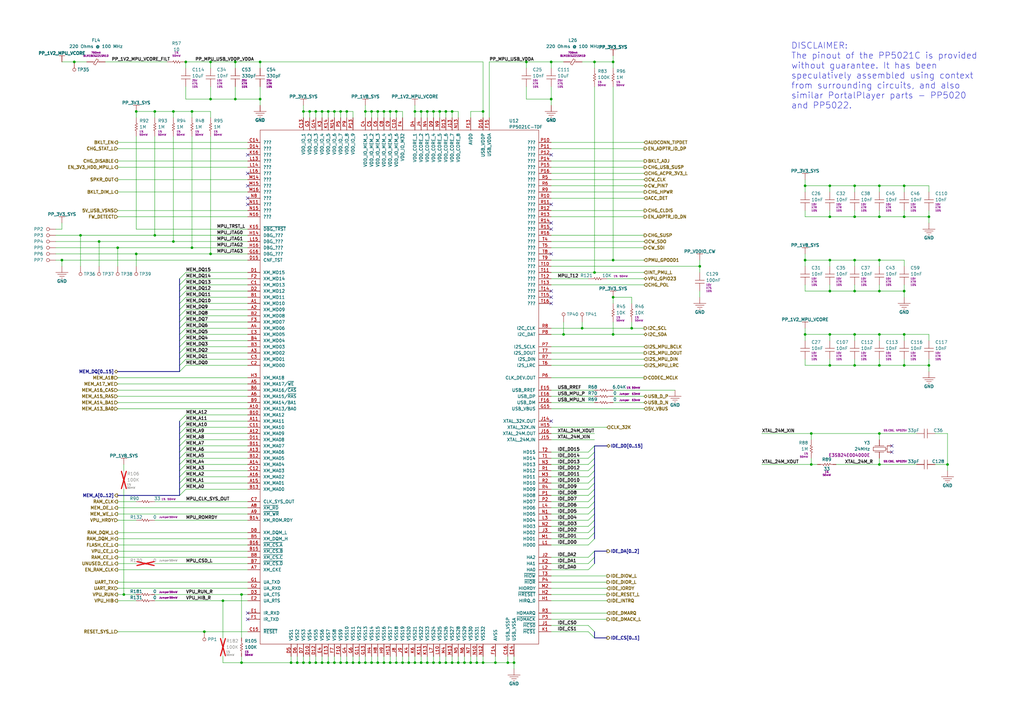
<source format=kicad_sch>
(kicad_sch (version 20231120) (generator "eeschema") (generator_version "8.0")
  (paper "A3")
  (title_block (title "iPod Video Main Board") (date "2025-04-19") (rev "A") (comment 1 "820-1975") (comment 2 "A"))
  (junction (at 198.12 45.72))
  (junction (at 86.36 104.14))
  (junction (at 25.4 106.68))
  (junction (at 139.7 45.72))
  (junction (at 121.92 271.78))
  (junction (at 360.68 149.86))
  (junction (at 124.46 45.72))
  (junction (at 162.56 45.72))
  (junction (at 144.78 271.78))
  (junction (at 30.48 25.4))
  (junction (at 139.7 271.78))
  (junction (at 124.46 271.78))
  (junction (at 152.4 271.78))
  (junction (at 287.02 109.22))
  (junction (at 129.54 271.78))
  (junction (at 370.84 137.16))
  (junction (at 172.72 271.78))
  (junction (at 226.06 25.4))
  (junction (at 127 271.78))
  (junction (at 360.68 137.16))
  (junction (at 152.4 45.72))
  (junction (at 360.68 106.68))
  (junction (at 350.52 137.16))
  (junction (at 137.16 45.72))
  (junction (at 238.76 134.62))
  (junction (at 251.46 106.68))
  (junction (at 370.84 149.86))
  (junction (at 360.68 76.2))
  (junction (at 340.36 106.68))
  (junction (at 251.46 137.16))
  (junction (at 350.52 106.68))
  (junction (at 160.02 271.78))
  (junction (at 149.86 271.78))
  (junction (at 48.26 101.6))
  (junction (at 76.2 25.4))
  (junction (at 177.8 271.78))
  (junction (at 210.82 271.78))
  (junction (at 360.68 177.8))
  (junction (at 350.52 119.38))
  (junction (at 86.36 25.4))
  (junction (at 215.9 25.4))
  (junction (at 243.84 111.76))
  (junction (at 182.88 45.72))
  (junction (at 350.52 76.2))
  (junction (at 134.62 271.78))
  (junction (at 91.44 246.38))
  (junction (at 132.08 271.78))
  (junction (at 226.06 40.64))
  (junction (at 360.68 190.5))
  (junction (at 370.84 76.2))
  (junction (at 360.68 119.38))
  (junction (at 142.24 271.78))
  (junction (at 251.46 121.92))
  (junction (at 71.12 99.06))
  (junction (at 63.5 45.72))
  (junction (at 243.84 25.4))
  (junction (at 185.42 45.72))
  (junction (at 180.34 45.72))
  (junction (at 388.62 190.5))
  (junction (at 172.72 45.72))
  (junction (at 330.2 76.2))
  (junction (at 40.64 99.06))
  (junction (at 350.52 88.9))
  (junction (at 208.28 271.78))
  (junction (at 83.82 259.08))
  (junction (at 78.74 45.72))
  (junction (at 119.38 271.78))
  (junction (at 154.94 271.78))
  (junction (at 231.14 137.16))
  (junction (at 167.64 271.78))
  (junction (at 165.1 271.78))
  (junction (at 350.52 149.86))
  (junction (at 170.18 271.78))
  (junction (at 134.62 45.72))
  (junction (at 340.36 149.86))
  (junction (at 33.02 96.52))
  (junction (at 180.34 271.78))
  (junction (at 340.36 119.38))
  (junction (at 86.36 40.64))
  (junction (at 106.68 40.64))
  (junction (at 340.36 137.16))
  (junction (at 340.36 76.2))
  (junction (at 157.48 45.72))
  (junction (at 71.12 45.72))
  (junction (at 160.02 45.72))
  (junction (at 185.42 271.78))
  (junction (at 142.24 45.72))
  (junction (at 190.5 271.78))
  (junction (at 63.5 96.52))
  (junction (at 99.06 271.78))
  (junction (at 55.88 104.14))
  (junction (at 99.06 243.84))
  (junction (at 332.74 177.8))
  (junction (at 106.68 25.4))
  (junction (at 381 88.9))
  (junction (at 360.68 88.9))
  (junction (at 203.2 271.78))
  (junction (at 187.96 271.78))
  (junction (at 127 45.72))
  (junction (at 195.58 271.78))
  (junction (at 175.26 271.78))
  (junction (at 370.84 119.38))
  (junction (at 330.2 137.16))
  (junction (at 149.86 45.72))
  (junction (at 55.88 45.72))
  (junction (at 129.54 45.72))
  (junction (at 147.32 271.78))
  (junction (at 177.8 45.72))
  (junction (at 381 149.86))
  (junction (at 332.74 190.5))
  (junction (at 340.36 88.9))
  (junction (at 78.74 101.6))
  (junction (at 137.16 271.78))
  (junction (at 198.12 271.78))
  (junction (at 370.84 88.9))
  (junction (at 132.08 45.72))
  (junction (at 154.94 45.72))
  (junction (at 193.04 271.78))
  (junction (at 259.08 134.62))
  (junction (at 96.52 40.64))
  (junction (at 251.46 25.4))
  (junction (at 170.18 45.72))
  (junction (at 162.56 271.78))
  (junction (at 50.8 243.84))
  (junction (at 175.26 45.72))
  (junction (at 182.88 271.78))
  (junction (at 157.48 271.78))
  (junction (at 96.52 25.4))
  (junction (at 330.2 106.68))
  (no_connect (at 101.6 251.46))
  (no_connect (at 226.06 121.92))
  (no_connect (at 365.76 182.88))
  (no_connect (at 226.06 93.98))
  (no_connect (at 226.06 119.38))
  (no_connect (at 101.6 71.12))
  (no_connect (at 226.06 83.82))
  (no_connect (at 101.6 83.82))
  (no_connect (at 226.06 63.5))
  (no_connect (at 226.06 91.44))
  (no_connect (at 226.06 104.14))
  (no_connect (at 101.6 81.28))
  (no_connect (at 226.06 172.72))
  (no_connect (at 101.6 63.5))
  (no_connect (at 365.76 185.42))
  (no_connect (at 226.06 124.46))
  (no_connect (at 101.6 254))
  (no_connect (at 101.6 76.2))
  (bus_entry (at 241.3 208.28) (size 2.54 -2.54))
  (bus_entry (at 76.2 116.84) (size -2.54 2.54))
  (bus_entry (at 73.66 172.72) (size 2.54 -2.54))
  (bus_entry (at 76.2 147.32) (size -2.54 2.54))
  (bus_entry (at 241.3 228.6) (size 2.54 -2.54))
  (bus_entry (at 73.66 193.04) (size 2.54 -2.54))
  (bus_entry (at 76.2 142.24) (size -2.54 2.54))
  (bus_entry (at 241.3 218.44) (size 2.54 -2.54))
  (bus_entry (at 76.2 139.7) (size -2.54 2.54))
  (bus_entry (at 241.3 223.52) (size 2.54 -2.54))
  (bus_entry (at 73.66 195.58) (size 2.54 -2.54))
  (bus_entry (at 241.3 213.36) (size 2.54 -2.54))
  (bus_entry (at 241.3 200.66) (size 2.54 -2.54))
  (bus_entry (at 76.2 149.86) (size -2.54 2.54))
  (bus_entry (at 73.66 177.8) (size 2.54 -2.54))
  (bus_entry (at 76.2 114.3) (size -2.54 2.54))
  (bus_entry (at 241.3 259.08) (size 2.54 2.54))
  (bus_entry (at 76.2 137.16) (size -2.54 2.54))
  (bus_entry (at 241.3 195.58) (size 2.54 -2.54))
  (bus_entry (at 241.3 198.12) (size 2.54 -2.54))
  (bus_entry (at 241.3 233.68) (size 2.54 -2.54))
  (bus_entry (at 241.3 190.5) (size 2.54 -2.54))
  (bus_entry (at 241.3 215.9) (size 2.54 -2.54))
  (bus_entry (at 76.2 132.08) (size -2.54 2.54))
  (bus_entry (at 241.3 256.54) (size 2.54 2.54))
  (bus_entry (at 76.2 134.62) (size -2.54 2.54))
  (bus_entry (at 76.2 129.54) (size -2.54 2.54))
  (bus_entry (at 73.66 187.96) (size 2.54 -2.54))
  (bus_entry (at 73.66 180.34) (size 2.54 -2.54))
  (bus_entry (at 73.66 198.12) (size 2.54 -2.54))
  (bus_entry (at 76.2 124.46) (size -2.54 2.54))
  (bus_entry (at 76.2 127) (size -2.54 2.54))
  (bus_entry (at 241.3 193.04) (size 2.54 -2.54))
  (bus_entry (at 76.2 144.78) (size -2.54 2.54))
  (bus_entry (at 76.2 119.38) (size -2.54 2.54))
  (bus_entry (at 73.66 185.42) (size 2.54 -2.54))
  (bus_entry (at 73.66 182.88) (size 2.54 -2.54))
  (bus_entry (at 73.66 175.26) (size 2.54 -2.54))
  (bus_entry (at 241.3 205.74) (size 2.54 -2.54))
  (bus_entry (at 76.2 111.76) (size -2.54 2.54))
  (bus_entry (at 76.2 121.92) (size -2.54 2.54))
  (bus_entry (at 241.3 220.98) (size 2.54 -2.54))
  (bus_entry (at 241.3 185.42) (size 2.54 -2.54))
  (bus_entry (at 73.66 200.66) (size 2.54 -2.54))
  (bus_entry (at 241.3 187.96) (size 2.54 -2.54))
  (bus_entry (at 241.3 210.82) (size 2.54 -2.54))
  (bus_entry (at 73.66 190.5) (size 2.54 -2.54))
  (bus_entry (at 241.3 231.14) (size 2.54 -2.54))
  (bus_entry (at 241.3 203.2) (size 2.54 -2.54))
  (bus_entry (at 73.66 203.2) (size 2.54 -2.54))
  (wire (pts (xy 340.36 137.16) (xy 350.52 137.16)))
  (bus (pts (xy 243.84 193.04) (xy 243.84 190.5)))
  (wire (pts (xy 360.68 177.8) (xy 332.74 177.8)))
  (wire (pts (xy 340.36 147.32) (xy 340.36 149.86)))
  (wire (pts (xy 360.68 106.68) (xy 360.68 109.22)))
  (wire (pts (xy 226.06 149.86) (xy 264.16 149.86)))
  (wire (pts (xy 340.36 119.38) (xy 340.36 116.84)))
  (wire (pts (xy 330.2 116.84) (xy 330.2 119.38)))
  (bus (pts (xy 73.66 185.42) (xy 73.66 187.96)))
  (wire (pts (xy 200.66 25.4) (xy 200.66 48.26)))
  (bus (pts (xy 73.66 124.46) (xy 73.66 127)))
  (wire (pts (xy 375.92 190.5) (xy 360.68 190.5)))
  (wire (pts (xy 193.04 48.26) (xy 193.04 45.72)))
  (wire (pts (xy 76.2 198.12) (xy 101.6 198.12)))
  (wire (pts (xy 340.36 88.9) (xy 340.36 86.36)))
  (wire (pts (xy 142.24 271.78) (xy 139.7 271.78)))
  (wire (pts (xy 251.46 121.92) (xy 259.08 121.92)))
  (wire (pts (xy 63.5 213.36) (xy 101.6 213.36)))
  (wire (pts (xy 350.52 147.32) (xy 350.52 149.86)))
  (wire (pts (xy 86.36 55.88) (xy 86.36 104.14)))
  (bus (pts (xy 243.84 200.66) (xy 243.84 198.12)))
  (wire (pts (xy 330.2 73.66) (xy 330.2 76.2)))
  (wire (pts (xy 48.26 205.74) (xy 55.88 205.74)))
  (bus (pts (xy 73.66 177.8) (xy 73.66 180.34)))
  (wire (pts (xy 172.72 45.72) (xy 175.26 45.72)))
  (wire (pts (xy 350.52 149.86) (xy 340.36 149.86)))
  (wire (pts (xy 76.2 193.04) (xy 101.6 193.04)))
  (wire (pts (xy 226.06 114.3) (xy 241.3 114.3)))
  (wire (pts (xy 63.5 96.52) (xy 101.6 96.52)))
  (wire (pts (xy 129.54 48.26) (xy 129.54 45.72)))
  (bus (pts (xy 243.84 259.08) (xy 243.84 261.62)))
  (bus (pts (xy 73.66 203.2) (xy 73.66 200.66)))
  (wire (pts (xy 226.06 190.5) (xy 241.3 190.5)))
  (wire (pts (xy 22.86 96.52) (xy 33.02 96.52)))
  (wire (pts (xy 76.2 119.38) (xy 101.6 119.38)))
  (wire (pts (xy 332.74 177.8) (xy 312.42 177.8)))
  (wire (pts (xy 210.82 271.78) (xy 210.82 274.32)))
  (wire (pts (xy 76.2 170.18) (xy 101.6 170.18)))
  (wire (pts (xy 25.4 91.44) (xy 25.4 93.98)))
  (wire (pts (xy 78.74 101.6) (xy 101.6 101.6)))
  (wire (pts (xy 76.2 187.96) (xy 101.6 187.96)))
  (wire (pts (xy 63.5 243.84) (xy 99.06 243.84)))
  (wire (pts (xy 264.16 88.9) (xy 226.06 88.9)))
  (wire (pts (xy 264.16 106.68) (xy 251.46 106.68)))
  (wire (pts (xy 370.84 109.22) (xy 370.84 106.68)))
  (wire (pts (xy 137.16 45.72) (xy 139.7 45.72)))
  (wire (pts (xy 22.86 104.14) (xy 55.88 104.14)))
  (wire (pts (xy 370.84 139.7) (xy 370.84 137.16)))
  (wire (pts (xy 48.26 60.96) (xy 101.6 60.96)))
  (wire (pts (xy 175.26 48.26) (xy 175.26 45.72)))
  (wire (pts (xy 200.66 25.4) (xy 215.9 25.4)))
  (wire (pts (xy 182.88 45.72) (xy 185.42 45.72)))
  (bus (pts (xy 243.84 218.44) (xy 243.84 215.9)))
  (wire (pts (xy 25.4 106.68) (xy 101.6 106.68)))
  (wire (pts (xy 129.54 271.78) (xy 127 271.78)))
  (wire (pts (xy 251.46 35.56) (xy 251.46 106.68)))
  (bus (pts (xy 73.66 119.38) (xy 73.66 121.92)))
  (bus (pts (xy 73.66 116.84) (xy 73.66 119.38)))
  (wire (pts (xy 226.06 25.4) (xy 231.14 25.4)))
  (wire (pts (xy 243.84 25.4) (xy 251.46 25.4)))
  (wire (pts (xy 48.26 58.42) (xy 101.6 58.42)))
  (wire (pts (xy 154.94 45.72) (xy 157.48 45.72)))
  (wire (pts (xy 124.46 48.26) (xy 124.46 45.72)))
  (wire (pts (xy 50.8 190.5) (xy 50.8 193.04)))
  (wire (pts (xy 360.68 177.8) (xy 360.68 180.34)))
  (wire (pts (xy 360.68 76.2) (xy 370.84 76.2)))
  (wire (pts (xy 48.26 223.52) (xy 101.6 223.52)))
  (wire (pts (xy 147.32 269.24) (xy 147.32 271.78)))
  (wire (pts (xy 381 152.4) (xy 381 149.86)))
  (wire (pts (xy 177.8 271.78) (xy 175.26 271.78)))
  (wire (pts (xy 71.12 45.72) (xy 78.74 45.72)))
  (wire (pts (xy 76.2 40.64) (xy 86.36 40.64)))
  (wire (pts (xy 78.74 45.72) (xy 86.36 45.72)))
  (wire (pts (xy 167.64 269.24) (xy 167.64 271.78)))
  (wire (pts (xy 360.68 190.5) (xy 342.9 190.5)))
  (wire (pts (xy 330.2 86.36) (xy 330.2 88.9)))
  (wire (pts (xy 167.64 271.78) (xy 165.1 271.78)))
  (wire (pts (xy 76.2 25.4) (xy 86.36 25.4)))
  (wire (pts (xy 226.06 60.96) (xy 264.16 60.96)))
  (wire (pts (xy 182.88 48.26) (xy 182.88 45.72)))
  (wire (pts (xy 360.68 119.38) (xy 350.52 119.38)))
  (wire (pts (xy 330.2 119.38) (xy 340.36 119.38)))
  (wire (pts (xy 226.06 101.6) (xy 264.16 101.6)))
  (wire (pts (xy 129.54 45.72) (xy 132.08 45.72)))
  (wire (pts (xy 226.06 111.76) (xy 243.84 111.76)))
  (wire (pts (xy 48.26 226.06) (xy 101.6 226.06)))
  (wire (pts (xy 149.86 269.24) (xy 149.86 271.78)))
  (wire (pts (xy 330.2 104.14) (xy 330.2 106.68)))
  (wire (pts (xy 124.46 43.18) (xy 124.46 45.72)))
  (wire (pts (xy 381 149.86) (xy 370.84 149.86)))
  (wire (pts (xy 86.36 45.72) (xy 86.36 48.26)))
  (wire (pts (xy 134.62 269.24) (xy 134.62 271.78)))
  (wire (pts (xy 147.32 271.78) (xy 144.78 271.78)))
  (wire (pts (xy 50.8 200.66) (xy 50.8 243.84)))
  (wire (pts (xy 383.54 177.8) (xy 388.62 177.8)))
  (wire (pts (xy 370.84 88.9) (xy 360.68 88.9)))
  (wire (pts (xy 78.74 45.72) (xy 78.74 48.26)))
  (wire (pts (xy 134.62 48.26) (xy 134.62 45.72)))
  (wire (pts (xy 185.42 45.72) (xy 187.96 45.72)))
  (wire (pts (xy 264.16 71.12) (xy 226.06 71.12)))
  (wire (pts (xy 96.52 40.64) (xy 106.68 40.64)))
  (bus (pts (xy 48.26 203.2) (xy 73.66 203.2)))
  (wire (pts (xy 226.06 144.78) (xy 264.16 144.78)))
  (wire (pts (xy 370.84 147.32) (xy 370.84 149.86)))
  (bus (pts (xy 243.84 203.2) (xy 243.84 200.66)))
  (wire (pts (xy 48.26 160.02) (xy 101.6 160.02)))
  (wire (pts (xy 48.26 73.66) (xy 101.6 73.66)))
  (wire (pts (xy 203.2 269.24) (xy 203.2 271.78)))
  (wire (pts (xy 76.2 27.94) (xy 76.2 25.4)))
  (wire (pts (xy 48.26 101.6) (xy 78.74 101.6)))
  (wire (pts (xy 157.48 48.26) (xy 157.48 45.72)))
  (wire (pts (xy 99.06 243.84) (xy 101.6 243.84)))
  (wire (pts (xy 71.12 55.88) (xy 71.12 99.06)))
  (bus (pts (xy 248.92 261.62) (xy 243.84 261.62)))
  (wire (pts (xy 76.2 190.5) (xy 101.6 190.5)))
  (wire (pts (xy 360.68 137.16) (xy 370.84 137.16)))
  (wire (pts (xy 76.2 177.8) (xy 101.6 177.8)))
  (wire (pts (xy 388.62 190.5) (xy 388.62 193.04)))
  (wire (pts (xy 63.5 231.14) (xy 101.6 231.14)))
  (wire (pts (xy 55.88 45.72) (xy 55.88 48.26)))
  (wire (pts (xy 40.64 99.06) (xy 71.12 99.06)))
  (wire (pts (xy 340.36 78.74) (xy 340.36 76.2)))
  (wire (pts (xy 129.54 269.24) (xy 129.54 271.78)))
  (wire (pts (xy 264.16 167.64) (xy 226.06 167.64)))
  (wire (pts (xy 160.02 269.24) (xy 160.02 271.78)))
  (wire (pts (xy 48.26 78.74) (xy 101.6 78.74)))
  (wire (pts (xy 157.48 45.72) (xy 160.02 45.72)))
  (bus (pts (xy 73.66 193.04) (xy 73.66 195.58)))
  (wire (pts (xy 226.06 220.98) (xy 241.3 220.98)))
  (wire (pts (xy 48.26 86.36) (xy 101.6 86.36)))
  (wire (pts (xy 226.06 205.74) (xy 241.3 205.74)))
  (wire (pts (xy 226.06 160.02) (xy 243.84 160.02)))
  (bus (pts (xy 73.66 180.34) (xy 73.66 182.88)))
  (wire (pts (xy 360.68 149.86) (xy 350.52 149.86)))
  (wire (pts (xy 208.28 269.24) (xy 208.28 271.78)))
  (wire (pts (xy 76.2 180.34) (xy 101.6 180.34)))
  (wire (pts (xy 149.86 271.78) (xy 147.32 271.78)))
  (wire (pts (xy 215.9 25.4) (xy 215.9 27.94)))
  (bus (pts (xy 243.84 185.42) (xy 243.84 182.88)))
  (wire (pts (xy 231.14 137.16) (xy 226.06 137.16)))
  (bus (pts (xy 243.84 213.36) (xy 243.84 210.82)))
  (wire (pts (xy 215.9 35.56) (xy 215.9 40.64)))
  (wire (pts (xy 154.94 48.26) (xy 154.94 45.72)))
  (wire (pts (xy 330.2 147.32) (xy 330.2 149.86)))
  (wire (pts (xy 226.06 187.96) (xy 241.3 187.96)))
  (wire (pts (xy 96.52 27.94) (xy 96.52 25.4)))
  (wire (pts (xy 76.2 132.08) (xy 101.6 132.08)))
  (bus (pts (xy 243.84 215.9) (xy 243.84 213.36)))
  (wire (pts (xy 226.06 198.12) (xy 241.3 198.12)))
  (wire (pts (xy 226.06 109.22) (xy 287.02 109.22)))
  (wire (pts (xy 264.16 162.56) (xy 251.46 162.56)))
  (wire (pts (xy 226.06 165.1) (xy 243.84 165.1)))
  (wire (pts (xy 180.34 269.24) (xy 180.34 271.78)))
  (wire (pts (xy 124.46 45.72) (xy 127 45.72)))
  (wire (pts (xy 226.06 177.8) (xy 243.84 177.8)))
  (wire (pts (xy 142.24 45.72) (xy 142.24 48.26)))
  (wire (pts (xy 332.74 187.96) (xy 332.74 190.5)))
  (wire (pts (xy 370.84 76.2) (xy 381 76.2)))
  (wire (pts (xy 172.72 45.72) (xy 172.72 48.26)))
  (wire (pts (xy 264.16 137.16) (xy 251.46 137.16)))
  (wire (pts (xy 152.4 45.72) (xy 154.94 45.72)))
  (bus (pts (xy 73.66 190.5) (xy 73.66 193.04)))
  (wire (pts (xy 76.2 182.88) (xy 101.6 182.88)))
  (wire (pts (xy 182.88 271.78) (xy 180.34 271.78)))
  (bus (pts (xy 243.84 205.74) (xy 243.84 203.2)))
  (wire (pts (xy 76.2 129.54) (xy 101.6 129.54)))
  (wire (pts (xy 370.84 119.38) (xy 360.68 119.38)))
  (bus (pts (xy 73.66 132.08) (xy 73.66 134.62)))
  (wire (pts (xy 264.16 96.52) (xy 226.06 96.52)))
  (wire (pts (xy 226.06 25.4) (xy 226.06 27.94)))
  (wire (pts (xy 99.06 271.78) (xy 119.38 271.78)))
  (bus (pts (xy 243.84 231.14) (xy 243.84 228.6)))
  (wire (pts (xy 106.68 25.4) (xy 198.12 25.4)))
  (wire (pts (xy 226.06 76.2) (xy 264.16 76.2)))
  (wire (pts (xy 91.44 271.78) (xy 91.44 269.24)))
  (wire (pts (xy 243.84 162.56) (xy 226.06 162.56)))
  (wire (pts (xy 226.06 147.32) (xy 264.16 147.32)))
  (wire (pts (xy 63.5 246.38) (xy 91.44 246.38)))
  (wire (pts (xy 175.26 269.24) (xy 175.26 271.78)))
  (wire (pts (xy 48.26 228.6) (xy 101.6 228.6)))
  (bus (pts (xy 243.84 195.58) (xy 243.84 193.04)))
  (wire (pts (xy 137.16 269.24) (xy 137.16 271.78)))
  (wire (pts (xy 139.7 271.78) (xy 137.16 271.78)))
  (bus (pts (xy 73.66 175.26) (xy 73.66 177.8)))
  (wire (pts (xy 350.52 88.9) (xy 350.52 86.36)))
  (wire (pts (xy 375.92 177.8) (xy 360.68 177.8)))
  (wire (pts (xy 381 149.86) (xy 381 147.32)))
  (wire (pts (xy 48.26 231.14) (xy 55.88 231.14)))
  (bus (pts (xy 73.66 137.16) (xy 73.66 139.7)))
  (wire (pts (xy 381 139.7) (xy 381 137.16)))
  (wire (pts (xy 187.96 269.24) (xy 187.96 271.78)))
  (wire (pts (xy 187.96 271.78) (xy 185.42 271.78)))
  (wire (pts (xy 182.88 269.24) (xy 182.88 271.78)))
  (wire (pts (xy 86.36 25.4) (xy 96.52 25.4)))
  (bus (pts (xy 73.66 152.4) (xy 48.26 152.4)))
  (wire (pts (xy 48.26 213.36) (xy 55.88 213.36)))
  (wire (pts (xy 243.84 27.94) (xy 243.84 25.4)))
  (wire (pts (xy 48.26 241.3) (xy 101.6 241.3)))
  (wire (pts (xy 132.08 45.72) (xy 134.62 45.72)))
  (wire (pts (xy 210.82 269.24) (xy 210.82 271.78)))
  (wire (pts (xy 208.28 271.78) (xy 203.2 271.78)))
  (wire (pts (xy 226.06 99.06) (xy 264.16 99.06)))
  (wire (pts (xy 198.12 271.78) (xy 195.58 271.78)))
  (wire (pts (xy 177.8 269.24) (xy 177.8 271.78)))
  (wire (pts (xy 170.18 269.24) (xy 170.18 271.78)))
  (wire (pts (xy 287.02 106.68) (xy 287.02 109.22)))
  (wire (pts (xy 76.2 149.86) (xy 101.6 149.86)))
  (wire (pts (xy 193.04 45.72) (xy 198.12 45.72)))
  (wire (pts (xy 332.74 177.8) (xy 332.74 180.34)))
  (wire (pts (xy 226.06 185.42) (xy 241.3 185.42)))
  (wire (pts (xy 55.88 55.88) (xy 55.88 93.98)))
  (wire (pts (xy 226.06 35.56) (xy 226.06 40.64)))
  (wire (pts (xy 370.84 137.16) (xy 381 137.16)))
  (wire (pts (xy 312.42 190.5) (xy 332.74 190.5)))
  (wire (pts (xy 180.34 48.26) (xy 180.34 45.72)))
  (wire (pts (xy 86.36 104.14) (xy 101.6 104.14)))
  (wire (pts (xy 226.06 231.14) (xy 241.3 231.14)))
  (wire (pts (xy 370.84 149.86) (xy 360.68 149.86)))
  (wire (pts (xy 160.02 45.72) (xy 162.56 45.72)))
  (wire (pts (xy 238.76 25.4) (xy 243.84 25.4)))
  (wire (pts (xy 226.06 256.54) (xy 241.3 256.54)))
  (bus (pts (xy 73.66 200.66) (xy 73.66 198.12)))
  (bus (pts (xy 243.84 226.06) (xy 243.84 228.6)))
  (wire (pts (xy 264.16 66.04) (xy 226.06 66.04)))
  (bus (pts (xy 73.66 142.24) (xy 73.66 144.78)))
  (wire (pts (xy 55.88 104.14) (xy 86.36 104.14)))
  (wire (pts (xy 226.06 142.24) (xy 264.16 142.24)))
  (wire (pts (xy 76.2 124.46) (xy 101.6 124.46)))
  (wire (pts (xy 226.06 40.64) (xy 226.06 43.18)))
  (wire (pts (xy 33.02 96.52) (xy 33.02 109.22)))
  (wire (pts (xy 198.12 269.24) (xy 198.12 271.78)))
  (wire (pts (xy 152.4 269.24) (xy 152.4 271.78)))
  (wire (pts (xy 76.2 200.66) (xy 101.6 200.66)))
  (wire (pts (xy 154.94 269.24) (xy 154.94 271.78)))
  (wire (pts (xy 248.92 114.3) (xy 264.16 114.3)))
  (wire (pts (xy 350.52 119.38) (xy 350.52 116.84)))
  (wire (pts (xy 330.2 76.2) (xy 330.2 78.74)))
  (wire (pts (xy 226.06 210.82) (xy 241.3 210.82)))
  (wire (pts (xy 350.52 139.7) (xy 350.52 137.16)))
  (wire (pts (xy 144.78 45.72) (xy 144.78 48.26)))
  (wire (pts (xy 48.26 68.58) (xy 101.6 68.58)))
  (wire (pts (xy 99.06 269.24) (xy 99.06 271.78)))
  (wire (pts (xy 165.1 45.72) (xy 165.1 48.26)))
  (wire (pts (xy 226.06 78.74) (xy 264.16 78.74)))
  (bus (pts (xy 73.66 147.32) (xy 73.66 149.86)))
  (bus (pts (xy 73.66 127) (xy 73.66 129.54)))
  (wire (pts (xy 330.2 137.16) (xy 340.36 137.16)))
  (wire (pts (xy 360.68 187.96) (xy 360.68 190.5)))
  (wire (pts (xy 370.84 86.36) (xy 370.84 88.9)))
  (wire (pts (xy 251.46 137.16) (xy 231.14 137.16)))
  (wire (pts (xy 132.08 48.26) (xy 132.08 45.72)))
  (wire (pts (xy 198.12 25.4) (xy 198.12 45.72)))
  (wire (pts (xy 127 45.72) (xy 129.54 45.72)))
  (wire (pts (xy 76.2 195.58) (xy 101.6 195.58)))
  (wire (pts (xy 48.26 243.84) (xy 50.8 243.84)))
  (wire (pts (xy 198.12 45.72) (xy 198.12 48.26)))
  (wire (pts (xy 48.26 238.76) (xy 101.6 238.76)))
  (wire (pts (xy 350.52 76.2) (xy 360.68 76.2)))
  (wire (pts (xy 142.24 269.24) (xy 142.24 271.78)))
  (wire (pts (xy 226.06 154.94) (xy 264.16 154.94)))
  (wire (pts (xy 238.76 134.62) (xy 226.06 134.62)))
  (wire (pts (xy 96.52 25.4) (xy 106.68 25.4)))
  (wire (pts (xy 144.78 269.24) (xy 144.78 271.78)))
  (wire (pts (xy 33.02 96.52) (xy 63.5 96.52)))
  (wire (pts (xy 185.42 48.26) (xy 185.42 45.72)))
  (wire (pts (xy 106.68 27.94) (xy 106.68 25.4)))
  (wire (pts (xy 170.18 43.18) (xy 170.18 45.72)))
  (wire (pts (xy 243.84 35.56) (xy 243.84 111.76)))
  (wire (pts (xy 203.2 271.78) (xy 198.12 271.78)))
  (wire (pts (xy 172.72 271.78) (xy 170.18 271.78)))
  (wire (pts (xy 370.84 106.68) (xy 360.68 106.68)))
  (wire (pts (xy 132.08 271.78) (xy 129.54 271.78)))
  (wire (pts (xy 238.76 132.08) (xy 238.76 134.62)))
  (wire (pts (xy 165.1 269.24) (xy 165.1 271.78)))
  (wire (pts (xy 55.88 45.72) (xy 63.5 45.72)))
  (wire (pts (xy 76.2 116.84) (xy 101.6 116.84)))
  (wire (pts (xy 127 271.78) (xy 124.46 271.78)))
  (wire (pts (xy 76.2 185.42) (xy 101.6 185.42)))
  (bus (pts (xy 73.66 182.88) (xy 73.66 185.42)))
  (wire (pts (xy 22.86 93.98) (xy 25.4 93.98)))
  (wire (pts (xy 144.78 271.78) (xy 142.24 271.78)))
  (wire (pts (xy 96.52 35.56) (xy 96.52 40.64)))
  (wire (pts (xy 48.26 157.48) (xy 101.6 157.48)))
  (wire (pts (xy 99.06 243.84) (xy 99.06 261.62)))
  (wire (pts (xy 226.06 203.2) (xy 241.3 203.2)))
  (wire (pts (xy 259.08 132.08) (xy 259.08 134.62)))
  (wire (pts (xy 76.2 134.62) (xy 101.6 134.62)))
  (wire (pts (xy 91.44 246.38) (xy 91.44 261.62)))
  (wire (pts (xy 251.46 165.1) (xy 264.16 165.1)))
  (wire (pts (xy 226.06 238.76) (xy 248.92 238.76)))
  (wire (pts (xy 25.4 106.68) (xy 22.86 106.68)))
  (wire (pts (xy 76.2 127) (xy 101.6 127)))
  (wire (pts (xy 226.06 200.66) (xy 241.3 200.66)))
  (bus (pts (xy 243.84 190.5) (xy 243.84 187.96)))
  (wire (pts (xy 22.86 101.6) (xy 48.26 101.6)))
  (wire (pts (xy 139.7 45.72) (xy 142.24 45.72)))
  (wire (pts (xy 121.92 269.24) (xy 121.92 271.78)))
  (wire (pts (xy 226.06 218.44) (xy 241.3 218.44)))
  (wire (pts (xy 160.02 48.26) (xy 160.02 45.72)))
  (wire (pts (xy 25.4 25.4) (xy 30.48 25.4)))
  (wire (pts (xy 388.62 177.8) (xy 388.62 190.5)))
  (wire (pts (xy 360.68 116.84) (xy 360.68 119.38)))
  (wire (pts (xy 226.06 223.52) (xy 241.3 223.52)))
  (wire (pts (xy 226.06 116.84) (xy 264.16 116.84)))
  (wire (pts (xy 360.68 147.32) (xy 360.68 149.86)))
  (wire (pts (xy 48.26 88.9) (xy 101.6 88.9)))
  (wire (pts (xy 226.06 243.84) (xy 248.92 243.84)))
  (wire (pts (xy 251.46 22.86) (xy 251.46 25.4)))
  (wire (pts (xy 226.06 106.68) (xy 251.46 106.68)))
  (wire (pts (xy 134.62 45.72) (xy 137.16 45.72)))
  (wire (pts (xy 76.2 111.76) (xy 101.6 111.76)))
  (wire (pts (xy 132.08 269.24) (xy 132.08 271.78)))
  (wire (pts (xy 170.18 45.72) (xy 172.72 45.72)))
  (wire (pts (xy 137.16 48.26) (xy 137.16 45.72)))
  (wire (pts (xy 226.06 254) (xy 248.92 254)))
  (wire (pts (xy 259.08 134.62) (xy 238.76 134.62)))
  (wire (pts (xy 251.46 132.08) (xy 251.46 137.16)))
  (wire (pts (xy 86.36 27.94) (xy 86.36 25.4)))
  (wire (pts (xy 195.58 269.24) (xy 195.58 271.78)))
  (wire (pts (xy 40.64 99.06) (xy 40.64 109.22)))
  (wire (pts (xy 175.26 45.72) (xy 177.8 45.72)))
  (wire (pts (xy 180.34 45.72) (xy 182.88 45.72)))
  (wire (pts (xy 71.12 99.06) (xy 101.6 99.06)))
  (wire (pts (xy 83.82 259.08) (xy 101.6 259.08)))
  (wire (pts (xy 139.7 269.24) (xy 139.7 271.78)))
  (wire (pts (xy 152.4 271.78) (xy 149.86 271.78)))
  (wire (pts (xy 48.26 218.44) (xy 101.6 218.44)))
  (wire (pts (xy 48.26 101.6) (xy 48.26 109.22)))
  (wire (pts (xy 226.06 193.04) (xy 241.3 193.04)))
  (wire (pts (xy 106.68 40.64) (xy 106.68 35.56)))
  (wire (pts (xy 48.26 210.82) (xy 101.6 210.82)))
  (wire (pts (xy 350.52 137.16) (xy 360.68 137.16)))
  (wire (pts (xy 157.48 269.24) (xy 157.48 271.78)))
  (wire (pts (xy 142.24 45.72) (xy 144.78 45.72)))
  (wire (pts (xy 193.04 271.78) (xy 190.5 271.78)))
  (wire (pts (xy 330.2 88.9) (xy 340.36 88.9)))
  (wire (pts (xy 139.7 48.26) (xy 139.7 45.72)))
  (wire (pts (xy 231.14 132.08) (xy 231.14 137.16)))
  (wire (pts (xy 48.26 246.38) (xy 55.88 246.38)))
  (wire (pts (xy 360.68 78.74) (xy 360.68 76.2)))
  (wire (pts (xy 127 269.24) (xy 127 271.78)))
  (wire (pts (xy 226.06 241.3) (xy 248.92 241.3)))
  (wire (pts (xy 160.02 271.78) (xy 157.48 271.78)))
  (wire (pts (xy 76.2 139.7) (xy 101.6 139.7)))
  (bus (pts (xy 73.66 172.72) (xy 73.66 175.26)))
  (bus (pts (xy 73.66 187.96) (xy 73.66 190.5)))
  (wire (pts (xy 48.26 220.98) (xy 101.6 220.98)))
  (wire (pts (xy 381 76.2) (xy 381 78.74)))
  (wire (pts (xy 91.44 246.38) (xy 101.6 246.38)))
  (wire (pts (xy 215.9 25.4) (xy 226.06 25.4)))
  (wire (pts (xy 243.84 111.76) (xy 264.16 111.76)))
  (wire (pts (xy 226.06 208.28) (xy 241.3 208.28)))
  (wire (pts (xy 124.46 269.24) (xy 124.46 271.78)))
  (wire (pts (xy 78.74 55.88) (xy 78.74 101.6)))
  (wire (pts (xy 76.2 121.92) (xy 101.6 121.92)))
  (wire (pts (xy 152.4 48.26) (xy 152.4 45.72)))
  (wire (pts (xy 76.2 175.26) (xy 101.6 175.26)))
  (wire (pts (xy 55.88 93.98) (xy 101.6 93.98)))
  (wire (pts (xy 157.48 271.78) (xy 154.94 271.78)))
  (wire (pts (xy 287.02 121.92) (xy 287.02 119.38)))
  (wire (pts (xy 330.2 137.16) (xy 330.2 139.7)))
  (wire (pts (xy 350.52 106.68) (xy 350.52 109.22)))
  (wire (pts (xy 381 88.9) (xy 370.84 88.9)))
  (wire (pts (xy 134.62 271.78) (xy 132.08 271.78)))
  (bus (pts (xy 73.66 129.54) (xy 73.66 132.08)))
  (wire (pts (xy 360.68 86.36) (xy 360.68 88.9)))
  (wire (pts (xy 332.74 190.5) (xy 335.28 190.5)))
  (bus (pts (xy 243.84 210.82) (xy 243.84 208.28)))
  (wire (pts (xy 76.2 142.24) (xy 101.6 142.24)))
  (wire (pts (xy 149.86 45.72) (xy 152.4 45.72)))
  (wire (pts (xy 162.56 45.72) (xy 165.1 45.72)))
  (wire (pts (xy 63.5 55.88) (xy 63.5 96.52)))
  (bus (pts (xy 73.66 139.7) (xy 73.66 142.24)))
  (wire (pts (xy 48.26 167.64) (xy 101.6 167.64)))
  (wire (pts (xy 76.2 147.32) (xy 101.6 147.32)))
  (wire (pts (xy 177.8 45.72) (xy 180.34 45.72)))
  (wire (pts (xy 330.2 134.62) (xy 330.2 137.16)))
  (wire (pts (xy 86.36 35.56) (xy 86.36 40.64)))
  (wire (pts (xy 48.26 259.08) (xy 83.82 259.08)))
  (wire (pts (xy 48.26 165.1) (xy 101.6 165.1)))
  (wire (pts (xy 340.36 109.22) (xy 340.36 106.68)))
  (wire (pts (xy 124.46 271.78) (xy 121.92 271.78)))
  (wire (pts (xy 48.26 208.28) (xy 101.6 208.28)))
  (bus (pts (xy 243.84 220.98) (xy 243.84 218.44)))
  (wire (pts (xy 76.2 144.78) (xy 101.6 144.78)))
  (wire (pts (xy 76.2 172.72) (xy 101.6 172.72)))
  (wire (pts (xy 381 86.36) (xy 381 88.9)))
  (wire (pts (xy 96.52 40.64) (xy 86.36 40.64)))
  (wire (pts (xy 170.18 48.26) (xy 170.18 45.72)))
  (wire (pts (xy 350.52 88.9) (xy 340.36 88.9)))
  (wire (pts (xy 226.06 213.36) (xy 241.3 213.36)))
  (wire (pts (xy 226.06 259.08) (xy 241.3 259.08)))
  (bus (pts (xy 73.66 134.62) (xy 73.66 137.16)))
  (wire (pts (xy 287.02 109.22) (xy 287.02 111.76)))
  (wire (pts (xy 350.52 106.68) (xy 360.68 106.68)))
  (wire (pts (xy 71.12 45.72) (xy 71.12 48.26)))
  (wire (pts (xy 119.38 269.24) (xy 119.38 271.78)))
  (bus (pts (xy 248.92 182.88) (xy 243.84 182.88)))
  (wire (pts (xy 190.5 269.24) (xy 190.5 271.78)))
  (wire (pts (xy 76.2 40.64) (xy 76.2 35.56)))
  (bus (pts (xy 73.66 144.78) (xy 73.66 147.32)))
  (wire (pts (xy 264.16 134.62) (xy 259.08 134.62)))
  (wire (pts (xy 226.06 233.68) (xy 241.3 233.68)))
  (wire (pts (xy 350.52 119.38) (xy 340.36 119.38)))
  (wire (pts (xy 388.62 190.5) (xy 383.54 190.5)))
  (wire (pts (xy 162.56 271.78) (xy 160.02 271.78)))
  (wire (pts (xy 154.94 271.78) (xy 152.4 271.78)))
  (wire (pts (xy 185.42 271.78) (xy 182.88 271.78)))
  (bus (pts (xy 243.84 187.96) (xy 243.84 185.42)))
  (wire (pts (xy 149.86 43.18) (xy 149.86 45.72)))
  (wire (pts (xy 226.06 81.28) (xy 264.16 81.28)))
  (wire (pts (xy 175.26 271.78) (xy 172.72 271.78)))
  (wire (pts (xy 330.2 106.68) (xy 330.2 109.22)))
  (wire (pts (xy 48.26 233.68) (xy 101.6 233.68)))
  (wire (pts (xy 330.2 106.68) (xy 340.36 106.68)))
  (wire (pts (xy 370.84 116.84) (xy 370.84 119.38)))
  (wire (pts (xy 381 91.44) (xy 381 88.9)))
  (wire (pts (xy 370.84 121.92) (xy 370.84 119.38)))
  (wire (pts (xy 63.5 45.72) (xy 63.5 48.26)))
  (wire (pts (xy 187.96 45.72) (xy 187.96 48.26)))
  (wire (pts (xy 340.36 139.7) (xy 340.36 137.16)))
  (bus (pts (xy 248.92 226.06) (xy 243.84 226.06)))
  (wire (pts (xy 162.56 269.24) (xy 162.56 271.78)))
  (wire (pts (xy 264.16 73.66) (xy 226.06 73.66)))
  (wire (pts (xy 210.82 271.78) (xy 208.28 271.78)))
  (wire (pts (xy 55.88 243.84) (xy 50.8 243.84)))
  (wire (pts (xy 63.5 45.72) (xy 71.12 45.72)))
  (wire (pts (xy 370.84 76.2) (xy 370.84 78.74)))
  (wire (pts (xy 55.88 104.14) (xy 55.88 109.22)))
  (wire (pts (xy 165.1 271.78) (xy 162.56 271.78)))
  (wire (pts (xy 76.2 114.3) (xy 101.6 114.3)))
  (wire (pts (xy 76.2 137.16) (xy 101.6 137.16)))
  (wire (pts (xy 43.18 25.4) (xy 68.58 25.4)))
  (wire (pts (xy 226.06 215.9) (xy 241.3 215.9)))
  (wire (pts (xy 251.46 124.46) (xy 251.46 121.92)))
  (wire (pts (xy 264.16 58.42) (xy 226.06 58.42)))
  (wire (pts (xy 185.42 269.24) (xy 185.42 271.78)))
  (wire (pts (xy 340.36 76.2) (xy 350.52 76.2)))
  (wire (pts (xy 99.06 271.78) (xy 91.44 271.78)))
  (wire (pts (xy 226.06 236.22) (xy 248.92 236.22)))
  (wire (pts (xy 251.46 160.02) (xy 276.86 160.02)))
  (wire (pts (xy 63.5 205.74) (xy 101.6 205.74)))
  (wire (pts (xy 251.46 25.4) (xy 251.46 27.94)))
  (wire (pts (xy 226.06 246.38) (xy 248.92 246.38)))
  (wire (pts (xy 226.06 180.34) (xy 243.84 180.34)))
  (wire (pts (xy 215.9 40.64) (xy 226.06 40.64)))
  (wire (pts (xy 106.68 43.18) (xy 106.68 40.64)))
  (wire (pts (xy 121.92 271.78) (xy 119.38 271.78)))
  (wire (pts (xy 360.68 88.9) (xy 350.52 88.9)))
  (bus (pts (xy 243.84 208.28) (xy 243.84 205.74)))
  (wire (pts (xy 127 45.72) (xy 127 48.26)))
  (wire (pts (xy 226.06 251.46) (xy 248.92 251.46)))
  (wire (pts (xy 226.06 175.26) (xy 248.92 175.26)))
  (bus (pts (xy 73.66 114.3) (xy 73.66 116.84)))
  (wire (pts (xy 264.16 68.58) (xy 226.06 68.58)))
  (wire (pts (xy 340.36 149.86) (xy 330.2 149.86)))
  (wire (pts (xy 190.5 271.78) (xy 187.96 271.78)))
  (wire (pts (xy 48.26 162.56) (xy 101.6 162.56)))
  (wire (pts (xy 195.58 271.78) (xy 193.04 271.78)))
  (wire (pts (xy 226.06 86.36) (xy 264.16 86.36)))
  (wire (pts (xy 172.72 269.24) (xy 172.72 271.78)))
  (wire (pts (xy 259.08 124.46) (xy 259.08 121.92)))
  (wire (pts (xy 226.06 228.6) (xy 241.3 228.6)))
  (wire (pts (xy 48.26 66.04) (xy 101.6 66.04)))
  (bus (pts (xy 73.66 198.12) (xy 73.66 195.58)))
  (wire (pts (xy 350.52 76.2) (xy 350.52 78.74)))
  (wire (pts (xy 226.06 195.58) (xy 241.3 195.58)))
  (wire (pts (xy 177.8 48.26) (xy 177.8 45.72)))
  (wire (pts (xy 162.56 48.26) (xy 162.56 45.72)))
  (wire (pts (xy 330.2 76.2) (xy 340.36 76.2)))
  (bus (pts (xy 73.66 121.92) (xy 73.66 124.46)))
  (bus (pts (xy 243.84 198.12) (xy 243.84 195.58)))
  (wire (pts (xy 360.68 139.7) (xy 360.68 137.16)))
  (wire (pts (xy 149.86 48.26) (xy 149.86 45.72)))
  (wire (pts (xy 180.34 271.78) (xy 177.8 271.78)))
  (bus (pts (xy 73.66 149.86) (xy 73.66 152.4)))
  (wire (pts (xy 25.4 109.22) (xy 25.4 106.68)))
  (wire (pts (xy 340.36 106.68) (xy 350.52 106.68)))
  (wire (pts (xy 30.48 25.4) (xy 35.56 25.4)))
  (wire (pts (xy 48.26 154.94) (xy 101.6 154.94)))
  (wire (pts (xy 137.16 271.78) (xy 134.62 271.78)))
  (wire (pts (xy 170.18 271.78) (xy 167.64 271.78)))
  (wire (pts (xy 193.04 269.24) (xy 193.04 271.78)))
  (wire (pts (xy 22.86 99.06) (xy 40.64 99.06)))
  (text_box "DISCLAIMER:\nThe pinout of the PP5021C is provided without guarantee. It has been speculatively assembled using context from surrounding circuits, and also similar PortalPlayer parts - PP5020 and PP5022." (at 322.58 15.24 0) (size 81.28 25.4) (stroke (width -0.0001)) (effects (font (size 2.54 2.54)) (justify left top)))
  (label "VPU_HIB_R" (at 76.2 246.38 0) (effects (font (thickness 0.254) (bold yes))))
  (label "MEM_A10" (at 76.2 175.26 0) (effects (font (thickness 0.254) (bold yes))))
  (label "MEM_DQ11" (at 76.2 121.92 0) (effects (font (thickness 0.254) (bold yes))))
  (label "XTAL_24M_XIN" (at 312.42 177.8 0) (effects (font (thickness 0.254) (bold yes))))
  (label "MPU_ROMRDY" (at 76.2 213.36 0) (effects (font (thickness 0.254) (bold yes))))
  (label "IDE_DA0" (at 228.6 233.68 0) (effects (font (bold yes))))
  (label "MEM_A11" (at 76.2 172.72 0) (effects (font (thickness 0.254) (bold yes))))
  (label "IDE_DD5" (at 228.6 210.82 0) (effects (font (bold yes))))
  (label "MPU_JTAG3" (at 88.9 104.14 0) (effects (font (thickness 0.254) (bold yes))))
  (label "IDE_DD15" (at 228.6 185.42 0) (effects (font (bold yes))))
  (label "MEM_DQ14" (at 76.2 114.3 0) (effects (font (thickness 0.254) (bold yes))))
  (label "MEM_DQ7" (at 76.2 132.08 0) (effects (font (thickness 0.254) (bold yes))))
  (label "MEM_A5" (at 76.2 187.96 0) (effects (font (thickness 0.254) (bold yes))))
  (label "MEM_A1" (at 76.2 198.12 0) (effects (font (thickness 0.254) (bold yes))))
  (label "MEM_DQ13" (at 76.2 116.84 0) (effects (font (thickness 0.254) (bold yes))))
  (label "MEM_DQ8" (at 76.2 129.54 0) (effects (font (thickness 0.254) (bold yes))))
  (label "MEM_DQ5" (at 76.2 137.16 0) (effects (font (thickness 0.254) (bold yes))))
  (label "IDE_DD12" (at 228.6 193.04 0) (effects (font (bold yes))))
  (label "IDE_CS0" (at 228.6 256.54 0) (effects (font (bold yes))))
  (label "MEM_A2" (at 76.2 195.58 0) (effects (font (thickness 0.254) (bold yes))))
  (label "MEM_DQ15" (at 76.2 111.76 0) (effects (font (thickness 0.254) (bold yes))))
  (label "MPU_JTAG2" (at 88.9 101.6 0) (effects (font (thickness 0.254) (bold yes))))
  (label "PP_MPU_USB_VDDP_VDDA" (at 80.01 25.4 0) (effects (font (bold yes))))
  (label "XTAL_24M_R" (at 358.14 190.5 180) (effects (font (thickness 0.254) (bold yes))))
  (label "MPU_JTAG1" (at 88.9 99.06 0) (effects (font (thickness 0.254) (bold yes))))
  (label "MEM_DQ4" (at 76.2 139.7 0) (effects (font (thickness 0.254) (bold yes))))
  (label "VPU_RUN_R" (at 76.2 243.84 0) (effects (font (thickness 0.254) (bold yes))))
  (label "MEM_A12" (at 76.2 170.18 0) (effects (font (thickness 0.254) (bold yes))))
  (label "USB_MPU_P" (at 228.6 162.56 0) (effects (font (thickness 0.254) (bold yes))))
  (label "MEM_A9" (at 76.2 177.8 0) (effects (font (thickness 0.254) (bold yes))))
  (label "MEM_DQ2" (at 76.2 144.78 0) (effects (font (thickness 0.254) (bold yes))))
  (label "IDE_DD13" (at 228.6 190.5 0) (effects (font (bold yes))))
  (label "IDE_DD6" (at 228.6 208.28 0) (effects (font (bold yes))))
  (label "MPU_JTAG0" (at 88.9 96.52 0) (effects (font (thickness 0.254) (bold yes))))
  (label "PP_1V2_MPU_VCORE_FILT" (at 45.72 25.4 0) (effects (font (bold yes))))
  (label "MEM_A7" (at 76.2 182.88 0) (effects (font (thickness 0.254) (bold yes))))
  (label "MPU_TRST_L" (at 88.9 93.98 0) (effects (font (thickness 0.254) (bold yes))))
  (label "MEM_A0" (at 76.2 200.66 0) (effects (font (thickness 0.254) (bold yes))))
  (label "XTAL_24M_XIN" (at 228.6 180.34 0) (effects (font (thickness 0.254) (bold yes))))
  (label "MEM_A6" (at 76.2 185.42 0) (effects (font (thickness 0.254) (bold yes))))
  (label "MEM_DQ1" (at 76.2 147.32 0) (effects (font (thickness 0.254) (bold yes))))
  (label "IDE_DD1" (at 228.6 220.98 0) (effects (font (bold yes))))
  (label "MPU_CLK_SYS_OUT" (at 76.2 205.74 0) (effects (font (thickness 0.254) (bold yes))))
  (label "XTAL_24M_XOUT" (at 312.42 190.5 0) (effects (font (thickness 0.254) (bold yes))))
  (label "MEM_DQ9" (at 76.2 127 0) (effects (font (thickness 0.254) (bold yes))))
  (label "IDE_DD14" (at 228.6 187.96 0) (effects (font (bold yes))))
  (label "IDE_DD8" (at 228.6 203.2 0) (effects (font (bold yes))))
  (label "MEM_A8" (at 76.2 180.34 0) (effects (font (thickness 0.254) (bold yes))))
  (label "IDE_CS1" (at 228.6 259.08 0) (effects (font (bold yes))))
  (label "IDE_DD3" (at 228.6 215.9 0) (effects (font (bold yes))))
  (label "IDE_DD7" (at 228.6 205.74 0) (effects (font (bold yes))))
  (label "MEM_A4" (at 76.2 190.5 0) (effects (font (thickness 0.254) (bold yes))))
  (label "USB_MPU_N" (at 228.6 165.1 0) (effects (font (thickness 0.254) (bold yes))))
  (label "MEM_DQ3" (at 76.2 142.24 0) (effects (font (thickness 0.254) (bold yes))))
  (label "IDE_DA1" (at 228.6 231.14 0) (effects (font (bold yes))))
  (label "IDE_DA2" (at 228.6 228.6 0) (effects (font (bold yes))))
  (label "MEM_DQ12" (at 76.2 119.38 0) (effects (font (thickness 0.254) (bold yes))))
  (label "IDE_DD2" (at 228.6 218.44 0) (effects (font (bold yes))))
  (label "MEM_A3" (at 76.2 193.04 0) (effects (font (thickness 0.254) (bold yes))))
  (label "IDE_DD10" (at 228.6 198.12 0) (effects (font (bold yes))))
  (label "MEM_DQ10" (at 76.2 124.46 0) (effects (font (thickness 0.254) (bold yes))))
  (label "IDE_DD11" (at 228.6 195.58 0) (effects (font (bold yes))))
  (label "XTAL_24M_XOUT" (at 228.6 177.8 0) (effects (font (thickness 0.254) (bold yes))))
  (label "MPU_T12" (at 228.6 114.3 0) (effects (font (thickness 0.254) (bold yes))))
  (label "USB_RREF" (at 228.6 160.02 0) (effects (font (thickness 0.254) (bold yes))))
  (label "IDE_DD9" (at 228.6 200.66 0) (effects (font (bold yes))))
  (label "MEM_DQ6" (at 76.2 134.62 0) (effects (font (thickness 0.254) (bold yes))))
  (label "IDE_DD4" (at 228.6 213.36 0) (effects (font (bold yes))))
  (label "PP_MPU_USB_VDDA" (at 200.66 25.4 0) (effects (font (bold yes))))
  (label "MPU_CSD_L" (at 76.2 231.14 0) (effects (font (thickness 0.254) (bold yes))))
  (label "MEM_DQ0" (at 76.2 149.86 0) (effects (font (thickness 0.254) (bold yes))))
  (label "IDE_DD0" (at 228.6 223.52 0) (effects (font (bold yes))))
  (hierarchical_label "IDE_DA[0..2]" (shape output) (at 248.92 226.06 0) (effects (font (bold yes))))
  (hierarchical_label "CHG_STAT_L" (shape input) (at 48.26 60.96 180) (effects (font (thickness 0.254) (bold yes))))
  (hierarchical_label "MEM_A15_RAS" (shape input) (at 48.26 162.56 180) (effects (font (thickness 0.254) (bold yes))))
  (hierarchical_label "IDE_DIOR_L" (shape output) (at 248.92 238.76 0) (effects (font (bold yes))))
  (hierarchical_label "CHG_SUSP" (shape output) (at 264.16 96.52 0) (effects (font (thickness 0.254) (bold yes))))
  (hierarchical_label "CHG_POL" (shape input) (at 264.16 116.84 0) (effects (font (thickness 0.254) (bold yes))))
  (hierarchical_label "BKLT_ADJ" (shape output) (at 264.16 66.04 0) (effects (font (bold yes))))
  (hierarchical_label "5V_USB_VSNS" (shape input) (at 48.26 86.36 180) (effects (font (bold yes))))
  (hierarchical_label "UART_TX" (shape output) (at 48.26 238.76 180) (effects (font (bold yes))))
  (hierarchical_label "VPU_GPIO23" (shape bidirectional) (at 264.16 114.3 0) (effects (font (bold yes))))
  (hierarchical_label "CODEC_MCLK" (shape output) (at 264.16 154.94 0) (effects (font (bold yes))))
  (hierarchical_label "BKLT_DIM_L" (shape output) (at 48.26 78.74 180) (effects (font (bold yes))))
  (hierarchical_label "EN_RAM_CLK" (shape output) (at 48.26 233.68 180) (effects (font (thickness 0.254) (bold yes))))
  (hierarchical_label "IDE_IORDY" (shape input) (at 248.92 241.3 0) (effects (font (bold yes))))
  (hierarchical_label "RESET_SYS_L" (shape input) (at 48.26 259.08 180) (effects (font (bold yes))))
  (hierarchical_label "5V_VBUS" (shape input) (at 264.16 167.64 0) (effects (font (bold yes))))
  (hierarchical_label "RAM_CLK" (shape output) (at 48.26 205.74 180) (effects (font (thickness 0.254) (bold yes))))
  (hierarchical_label "MEM_A18" (shape input) (at 48.26 154.94 180) (effects (font (thickness 0.254) (bold yes))))
  (hierarchical_label "CHG_DISABLE" (shape output) (at 48.26 66.04 180) (effects (font (bold yes))))
  (hierarchical_label "CW_CLK" (shape input) (at 264.16 73.66 0) (effects (font (bold yes))))
  (hierarchical_label "USB_D_P" (shape bidirectional) (at 264.16 162.56 0) (effects (font (thickness 0.254) (bold yes))))
  (hierarchical_label "I2S_MPU_DOUT" (shape output) (at 264.16 144.78 0) (effects (font (bold yes))))
  (hierarchical_label "CLK_32K" (shape input) (at 248.92 175.26 0) (effects (font (thickness 0.254) (bold yes))))
  (hierarchical_label "CW_PIN7" (shape bidirectional) (at 264.16 76.2 0) (effects (font (bold yes))))
  (hierarchical_label "MEM_A17_WE" (shape input) (at 48.26 157.48 180) (effects (font (thickness 0.254) (bold yes))))
  (hierarchical_label "CHG_HPWR" (shape output) (at 264.16 78.74 0) (effects (font (thickness 0.254) (bold yes))))
  (hierarchical_label "IDE_INTRQ" (shape input) (at 248.92 246.38 0) (effects (font (bold yes))))
  (hierarchical_label "RAM_DQM_H" (shape output) (at 48.26 220.98 180) (effects (font (bold yes))))
  (hierarchical_label "USB_D_N" (shape bidirectional) (at 264.16 165.1 0) (effects (font (thickness 0.254) (bold yes))))
  (hierarchical_label "I2S_MPU_DIN" (shape input) (at 264.16 147.32 0) (effects (font (bold yes))))
  (hierarchical_label "MEM_WE_L" (shape output) (at 48.26 210.82 180) (effects (font (bold yes))))
  (hierarchical_label "MEM_DQ[0..15]" (shape bidirectional) (at 48.26 152.4 180) (effects (font (bold yes))))
  (hierarchical_label "IDE_DMARQ" (shape input) (at 248.92 251.46 0) (effects (font (bold yes))))
  (hierarchical_label "RAM_DQM_L" (shape output) (at 48.26 218.44 180) (effects (font (bold yes))))
  (hierarchical_label "IDE_RESET_L" (shape output) (at 248.92 243.84 0) (effects (font (bold yes))))
  (hierarchical_label "FLASH_CE_L" (shape output) (at 48.26 223.52 180) (effects (font (thickness 0.254) (bold yes))))
  (hierarchical_label "I2S_MPU_BCLK" (shape input) (at 264.16 142.24 0) (effects (font (bold yes))))
  (hierarchical_label "EN_ADPTR_ID_DN" (shape output) (at 264.16 88.9 0) (effects (font (thickness 0.254) (bold yes))))
  (hierarchical_label "UNUSED_CE_L" (shape output) (at 48.26 231.14 180) (effects (font (thickness 0.254) (bold yes))))
  (hierarchical_label "ACC_DET" (shape input) (at 264.16 81.28 0) (effects (font (bold yes))))
  (hierarchical_label "CW_SDO" (shape input) (at 264.16 99.06 0) (effects (font (bold yes))))
  (hierarchical_label "IDE_DMACK_L" (shape output) (at 248.92 254 0) (effects (font (bold yes))))
  (hierarchical_label "CHG_CLDIS" (shape output) (at 264.16 86.36 0) (effects (font (thickness 0.254) (bold yes))))
  (hierarchical_label "EN_3V3_HDD_MPU_L" (shape output) (at 48.26 68.58 180) (effects (font (bold yes))))
  (hierarchical_label "MEM_A16_CAS" (shape input) (at 48.26 160.02 180) (effects (font (thickness 0.254) (bold yes))))
  (hierarchical_label "FW_DETECT" (shape input) (at 48.26 88.9 180) (effects (font (thickness 0.254) (bold yes))))
  (hierarchical_label "PMU_GPOOD1" (shape input) (at 264.16 106.68 0) (effects (font (thickness 0.254) (bold yes))))
  (hierarchical_label "AUDCONN_TIPDET" (shape input) (at 264.16 58.42 0) (effects (font (thickness 0.254) (bold yes))))
  (hierarchical_label "IDE_DIOW_L" (shape output) (at 248.92 236.22 0) (effects (font (bold yes))))
  (hierarchical_label "MEM_A[0..12]" (shape output) (at 48.26 203.2 180) (effects (font (bold yes))))
  (hierarchical_label "VPU_HIB" (shape output) (at 48.26 246.38 180) (effects (font (bold yes))))
  (hierarchical_label "MEM_OE_L" (shape output) (at 48.26 208.28 180) (effects (font (bold yes))))
  (hierarchical_label "CHG_ACPR_3V3_L" (shape input) (at 264.16 71.12 0) (effects (font (thickness 0.254) (bold yes))))
  (hierarchical_label "IDE_DD[0..15]" (shape bidirectional) (at 248.92 182.88 0) (effects (font (bold yes))))
  (hierarchical_label "VPU_CE_L" (shape output) (at 48.26 226.06 180) (effects (font (thickness 0.254) (bold yes))))
  (hierarchical_label "I2S_MPU_LRC" (shape input) (at 264.16 149.86 0) (effects (font (bold yes))))
  (hierarchical_label "RAM_CE_L" (shape output) (at 48.26 228.6 180) (effects (font (thickness 0.254) (bold yes))))
  (hierarchical_label "INT_PMU_L" (shape input) (at 264.16 111.76 0) (effects (font (thickness 0.254) (bold yes))))
  (hierarchical_label "VPU_RUN" (shape output) (at 48.26 243.84 180) (effects (font (bold yes))))
  (hierarchical_label "IDE_CS[0..1]" (shape output) (at 248.92 261.62 0) (effects (font (bold yes))))
  (hierarchical_label "MEM_A14_BA1" (shape input) (at 48.26 165.1 180) (effects (font (thickness 0.254) (bold yes))))
  (hierarchical_label "VPU_HRDY" (shape input) (at 48.26 213.36 180) (effects (font (bold yes))))
  (hierarchical_label "EN_ADPTR_ID_DP" (shape output) (at 264.16 60.96 0) (effects (font (thickness 0.254) (bold yes))))
  (hierarchical_label "UART_RX" (shape input) (at 48.26 241.3 180) (effects (font (bold yes))))
  (hierarchical_label "MEM_A13_BA0" (shape input) (at 48.26 167.64 180) (effects (font (thickness 0.254) (bold yes))))
  (hierarchical_label "BKLT_EN" (shape output) (at 48.26 58.42 180) (effects (font (bold yes))))
  (hierarchical_label "CW_SDI" (shape output) (at 264.16 101.6 0) (effects (font (bold yes))))
  (hierarchical_label "CHG_USB_SUSP" (shape output) (at 264.16 68.58 0) (effects (font (thickness 0.254) (bold yes))))
  (hierarchical_label "I2C_SCL" (shape output) (at 264.16 134.62 0) (effects (font (thickness 0.254) (bold yes))))
  (hierarchical_label "SPKR_OUT" (shape output) (at 48.26 73.66 180) (effects (font (thickness 0.254) (bold yes))))
  (hierarchical_label "I2C_SDA" (shape bidirectional) (at 264.16 137.16 0) (effects (font (thickness 0.254) (bold yes))))
  (symbol (lib_id "820-1975:PCB Components/TP-000000") (at 48.26 109.22 0) (mirror x) (unit 1)
    (property "Reference" "TP38" (at 49.53 112.395 0) (effects (justify left)))
    (property "Value" "TP" (effects (hide yes)))
    (property "Footprint" "820-1975_Footprints:TP-SMT" (effects (hide yes)))
    (property "Description" "TESTPOINT SMT" (effects (hide yes)))
  )
  (symbol (lib_id "820-1975:Crystals/XTAL-000001") (at 360.68 180.34 0) (mirror y) (unit 1)
    (property "Reference" "Y3" (at 356.87 181.61 0) (effects (justify left)))
    (property "Value" "24MHz" (at 356.87 184.15 0) (effects (justify left)))
    (property "Footprint" "820-1975_Footprints:XTAL-3.2x2.5" (effects (hide yes)))
    (property "Datasheet" "http://www.hosonic.com/Upload/202302/product_2023020616132706.pdf" (effects (hide yes)))
    (property "Description" "XTAL 24MHZ 10PPM 18PF E3SB24E004000E" (effects (hide yes)))
    (property "Manufacturer" "Hosonic Electronic Co., Ltd" (effects (hide yes)))
    (property "Manufacturer Part Number" "E3SB24E004000E" (at 356.87 186.69 0) (effects (justify left)))
    (property "Tolerance" "10ppm" (effects (hide yes)))
    (property "Stability" "10ppm" (effects (hide yes)))
    (property "Load Capacitance" "18pF" (effects (hide yes)))
  )
  (symbol (lib_id "820-1975_Symbols:GND") (at 381 152.4 0) (unit 1) (in_bom no) (on_board no)
    (property "Reference" "#PWR0173" (effects (hide yes)))
    (property "Value" "GND" (at 381 158.496 0) (effects (font (bold yes))))
    (property "Description" "Ground Symbol" (effects (hide yes)))
  )
  (symbol (lib_id "820-1975:Resistors-0201/RES-0201-000037") (at 55.88 48.26 0) (unit 1)
    (property "Reference" "R92" (at 57.15 49.53 0) (effects (justify left)))
    (property "Value" "1M" (at 57.15 52.07 0) (effects (justify left)))
    (property "Footprint" "820-1975_Footprints:RES-0201" (effects (hide yes)))
    (property "Description" "RES 1M 0201 1% 50MW" (effects (hide yes)))
    (property "Tolerance" "1%" (at 57.15 53.975 0) (effects (font (size 0.762 0.762)) (justify left)))
    (property "Power" "50mW" (at 57.15 55.245 0) (effects (font (size 0.762 0.762)) (justify left)))
    (property "Manufacturer" "Vishay Dale" (effects (hide yes)))
    (property "Manufacturer Part Number" "CRCW02011M00FNED" (effects (hide yes)))
  )
  (symbol (lib_id "820-1975:PCB Components/TP-000000") (at 22.86 93.98 90) (mirror x) (unit 1)
    (property "Reference" "PP2" (at 17.78 93.98 90) (effects (justify left)))
    (property "Value" "TP" (effects (hide yes)))
    (property "Footprint" "820-1975_Footprints:TP-SMT" (effects (hide yes)))
    (property "Description" "TESTPOINT SMT" (effects (hide yes)))
  )
  (symbol (lib_id "820-1975:Resistors-0201/RES-0201-000000") (at 55.88 246.38 90) (unit 1)
    (property "Reference" "R131" (at 55.88 245.11 90))
    (property "Value" "0" (at 63.5 245.11 90))
    (property "Footprint" "820-1975_Footprints:RES-0201" (effects (hide yes)))
    (property "Tolerance" "Jumper" (at 67.31 245.11 90) (effects (font (size 0.762 0.762))))
    (property "Power" "50mW" (at 71.12 245.11 90) (effects (font (size 0.762 0.762))))
    (property "Manufacturer" "Vishay Dale" (effects (hide yes)))
    (property "Manufacturer Part Number" "CRCW02010000Z0ED" (effects (hide yes)))
  )
  (symbol (lib_id "820-1975:Resistors-0201/RES-0201-000021") (at 243.84 160.02 90) (unit 1)
    (property "Reference" "R68" (at 243.078 158.75 90))
    (property "Value" "6.04K" (at 254 158.75 90))
    (property "Footprint" "820-1975_Footprints:RES-0201" (effects (hide yes)))
    (property "Description" "RES 6.04K 0201 1% 50MW" (effects (hide yes)))
    (property "Tolerance" "1%" (at 257.81 159.004 90) (effects (font (size 0.762 0.762))))
    (property "Power" "50mW" (at 260.858 159.004 90) (effects (font (size 0.762 0.762))))
    (property "Manufacturer" "Vishay Dale" (effects (hide yes)))
    (property "Manufacturer Part Number" "CRCW02016K04FNED" (effects (hide yes)))
  )
  (symbol (lib_id "820-1975:Resistors-0201/RES-0201-000037") (at 251.46 27.94 0) (unit 1)
    (property "Reference" "R96" (at 252.73 29.21 0) (effects (justify left)))
    (property "Value" "1M" (at 252.73 31.75 0) (effects (justify left)))
    (property "Footprint" "820-1975_Footprints:RES-0201" (effects (hide yes)))
    (property "Tolerance" "1%" (at 252.73 33.655 0) (effects (font (size 0.762 0.762)) (justify left)))
    (property "Power" "50mW" (at 252.73 34.925 0) (effects (font (size 0.762 0.762)) (justify left)))
    (property "Manufacturer" "Vishay Dale" (effects (hide yes)))
    (property "Manufacturer Part Number" "CRCW02011M00FNED" (effects (hide yes)))
  )
  (symbol (lib_id "820-1975:Ferrite Beads/FB-000000") (at 35.56 25.4 0) (unit 1)
    (property "Reference" "FL4" (at 39.3573 16.51 0))
    (property "Value" "220 Ohms @ 100 MHz" (at 39.3573 19.05 0))
    (property "Footprint" "820-1975_Footprints:FB-0402" (effects (hide yes)))
    (property "Datasheet" "https://www.murata.com/en-us/products/productdata/8796750970910/ENFA0023.pdf" (effects (hide yes)))
    (property "Description" "FB 220 OHM 700MA BLM15EG221SN1D" (effects (hide yes)))
    (property "Current" "700mA" (at 39.3573 21.59 0) (effects (font (size 0.762 0.762))))
    (property "DCR" "280mOhm" (effects (hide yes)))
    (property "Impedance" "220 Ohms @ 100 MHz" (effects (hide yes)))
    (property "Manufacturer" "Murata Electronics" (effects (hide yes)))
    (property "Manufacturer Part Number" "BLM15EG221SN1D" (at 39.3573 22.86 0) (effects (font (size 0.762 0.762))))
  )
  (symbol (lib_id "820-1975_Symbols:VCC") (at 287.02 106.68 0) (unit 1) (in_bom no) (on_board no)
    (property "Reference" "#PWR050" (effects (hide yes)))
    (property "Value" "PP_VDDIO_CW" (at 287.02 103.124 0) (effects (font (bold yes))))
    (property "Description" "Power Port Symbol" (effects (hide yes)))
  )
  (symbol (lib_id "820-1975_Symbols:VCC") (at 330.2 134.62 0) (unit 1) (in_bom no) (on_board no)
    (property "Reference" "#PWR0172" (effects (hide yes)))
    (property "Value" "PP_1V2_MPU_VCORE" (at 330.2 131.064 0) (effects (font (bold yes))))
    (property "Description" "Power Port Symbol" (effects (hide yes)))
  )
  (symbol (lib_id "820-1975:Resistors-0201/RES-0201-000037") (at 332.74 180.34 0) (mirror y) (unit 1)
    (property "Reference" "R88" (at 331.47 181.61 0) (effects (justify left)))
    (property "Value" "1M" (at 331.47 184.15 0) (effects (justify left)))
    (property "Footprint" "820-1975_Footprints:RES-0201" (effects (hide yes)))
    (property "Description" "RES 1M 0201 1% 50MW" (effects (hide yes)))
    (property "Tolerance" "1%" (at 331.47 186.055 0) (effects (font (size 0.762 0.762)) (justify left)))
    (property "Power" "50mW" (at 331.47 187.325 0) (effects (font (size 0.762 0.762)) (justify left)))
    (property "Manufacturer" "Vishay Dale" (effects (hide yes)))
    (property "Manufacturer Part Number" "CRCW02011M00FNED" (effects (hide yes)))
  )
  (symbol (lib_id "820-1975_Symbols:VCC") (at 251.46 121.92 0) (unit 1) (in_bom no) (on_board no)
    (property "Reference" "#PWR0166" (effects (hide yes)))
    (property "Value" "PP_3V3_SYS" (at 251.46 118.364 0) (effects (font (bold yes))))
    (property "Description" "Power Port Symbol" (effects (hide yes)))
  )
  (symbol (lib_id "820-1975:ICs/IC-000014") (at 106.68 53.34 0) (unit 1)
    (property "Reference" "U12" (at 208.788 49.53 0) (effects (justify left)))
    (property "Value" "PP5021C-TDF" (at 208.788 52.07 0) (effects (justify left)))
    (property "Footprint" "820-1975_Footprints:PP5021C-TDF" (effects (hide yes)))
    (property "Description" "IC MPU PP5021C-TDF" (effects (hide yes)))
    (property "Manufacturer" "PortalPlayer" (effects (hide yes)))
    (property "Manufacturer Part Number" "PP5021C-TDF" (effects (hide yes)))
  )
  (symbol (lib_id "820-1975:Resistors-0201/RES-0201-000037") (at 86.36 48.26 0) (unit 1)
    (property "Reference" "R95" (at 87.63 49.53 0) (effects (justify left)))
    (property "Value" "1M" (at 87.63 52.07 0) (effects (justify left)))
    (property "Footprint" "820-1975_Footprints:RES-0201" (effects (hide yes)))
    (property "Description" "RES 1M 0201 1% 50MW" (effects (hide yes)))
    (property "Tolerance" "1%" (at 87.63 53.975 0) (effects (font (size 0.762 0.762)) (justify left)))
    (property "Power" "50mW" (at 87.63 55.245 0) (effects (font (size 0.762 0.762)) (justify left)))
    (property "Manufacturer" "Vishay Dale" (effects (hide yes)))
    (property "Manufacturer Part Number" "CRCW02011M00FNED" (effects (hide yes)))
  )
  (symbol (lib_id "820-1975:Resistors-0201/RES-0201-000022") (at 259.08 124.46 0) (unit 1)
    (property "Reference" "R46" (at 260.35 125.73 0) (effects (justify left)))
    (property "Value" "10K" (at 260.35 128.27 0) (effects (justify left)))
    (property "Footprint" "820-1975_Footprints:RES-0201" (effects (hide yes)))
    (property "Tolerance" "1%" (at 260.35 130.175 0) (effects (font (size 0.762 0.762)) (justify left)))
    (property "Power" "50mW" (at 260.35 131.445 0) (effects (font (size 0.762 0.762)) (justify left)))
    (property "Manufacturer" "Vishay Dale" (effects (hide yes)))
    (property "Manufacturer Part Number" "CRCW020110K0FNED" (effects (hide yes)))
  )
  (symbol (lib_id "820-1975:Capacitors-0201/CAP-0201-000006") (at 287.02 111.76 0) (unit 1)
    (property "Reference" "C129" (at 289.56 112.395 0) (effects (justify left)))
    (property "Value" "100nF" (at 289.56 114.935 0) (effects (justify left)))
    (property "Footprint" "820-1975_Footprints:MLCC-0201" (effects (hide yes)))
    (property "Description" "CAP CER 100NF 10V 0201 X7S 10%" (effects (hide yes)))
    (property "Voltage" "10V" (at 289.56 116.84 0) (effects (font (size 0.762 0.762)) (justify left)))
    (property "Dielectric" "X7S" (at 289.56 118.11 0) (effects (font (size 0.762 0.762)) (justify left)))
    (property "Tolerance" "10%" (at 289.56 119.38 0) (effects (font (size 0.762 0.762)) (justify left)))
    (property "Manufacturer" "Murata" (effects (hide yes)))
    (property "Manufacturer Part Number" "GRM033C71A104KE14D" (effects (hide yes)))
  )
  (symbol (lib_id "820-1975:Capacitors-0201/CAP-0201-000005") (at 360.68 109.22 0) (unit 1)
    (property "Reference" "C43" (at 363.22 109.855 0) (effects (justify left)))
    (property "Value" "10nF" (at 363.22 112.395 0) (effects (justify left)))
    (property "Footprint" "820-1975_Footprints:MLCC-0201" (effects (hide yes)))
    (property "Voltage" "10V" (at 363.22 114.3 0) (effects (font (size 0.762 0.762)) (justify left)))
    (property "Dielectric" "X7R" (at 363.22 115.57 0) (effects (font (size 0.762 0.762)) (justify left)))
    (property "Tolerance" "10%" (at 363.22 116.84 0) (effects (font (size 0.762 0.762)) (justify left)))
    (property "Manufacturer" "Murata" (effects (hide yes)))
    (property "Manufacturer Part Number" "GRM033R71A103KA01D" (effects (hide yes)))
  )
  (symbol (lib_id "820-1975:Resistors-0201/RES-0201-000030") (at 91.44 261.62 0) (unit 1) (dnp yes)
    (property "Reference" "R182" (at 92.71 262.89 0) (effects (justify left)))
    (property "Value" "100K" (at 92.71 265.43 0) (effects (justify left)))
    (property "Footprint" "820-1975_Footprints:RES-0201" (effects (hide yes)))
    (property "Description" "RES 100K 0201 1% 50MW" (effects (hide yes)))
    (property "Tolerance" "1%" (at 92.71 267.335 0) (effects (font (size 0.762 0.762)) (justify left)))
    (property "Power" "50mW" (at 92.71 268.605 0) (effects (font (size 0.762 0.762)) (justify left)))
    (property "Manufacturer" "Vishay Dale" (effects (hide yes)))
    (property "Manufacturer Part Number" "CRCW0201100KFNED" (effects (hide yes)))
  )
  (symbol (lib_id "820-1975:Capacitors-0201/CAP-0201-000005") (at 340.36 78.74 0) (unit 1)
    (property "Reference" "C32" (at 342.9 79.375 0) (effects (justify left)))
    (property "Value" "10nF" (at 342.9 81.915 0) (effects (justify left)))
    (property "Footprint" "820-1975_Footprints:MLCC-0201" (effects (hide yes)))
    (property "Voltage" "10V" (at 342.9 83.82 0) (effects (font (size 0.762 0.762)) (justify left)))
    (property "Dielectric" "X7R" (at 342.9 85.09 0) (effects (font (size 0.762 0.762)) (justify left)))
    (property "Tolerance" "10%" (at 342.9 86.36 0) (effects (font (size 0.762 0.762)) (justify left)))
    (property "Manufacturer" "Murata" (effects (hide yes)))
    (property "Manufacturer Part Number" "GRM033R71A103KA01D" (effects (hide yes)))
  )
  (symbol (lib_id "820-1975:Capacitors-0201/CAP-0201-000002") (at 375.92 190.5 90) (mirror x) (unit 1)
    (property "Reference" "C128" (at 384.81 189.23 90))
    (property "Value" "33pF" (at 374.65 189.23 90))
    (property "Footprint" "820-1975_Footprints:MLCC-0201" (effects (hide yes)))
    (property "Voltage" "25V" (at 370.84 189.23 90) (effects (font (size 0.762 0.762))))
    (property "Dielectric" "C0G, NP0" (at 367.03 189.23 90) (effects (font (size 0.762 0.762))))
    (property "Tolerance" "5%" (at 363.22 189.23 90) (effects (font (size 0.762 0.762))))
    (property "Manufacturer" "Murata" (effects (hide yes)))
    (property "Manufacturer Part Number" "GRM0335C1E330JA01D" (effects (hide yes)))
  )
  (symbol (lib_id "820-1975:Capacitors-0201/CAP-0201-000005") (at 340.36 109.22 0) (unit 1)
    (property "Reference" "C35" (at 342.9 109.855 0) (effects (justify left)))
    (property "Value" "10nF" (at 342.9 112.395 0) (effects (justify left)))
    (property "Footprint" "820-1975_Footprints:MLCC-0201" (effects (hide yes)))
    (property "Voltage" "10V" (at 342.9 114.3 0) (effects (font (size 0.762 0.762)) (justify left)))
    (property "Dielectric" "X7R" (at 342.9 115.57 0) (effects (font (size 0.762 0.762)) (justify left)))
    (property "Tolerance" "10%" (at 342.9 116.84 0) (effects (font (size 0.762 0.762)) (justify left)))
    (property "Manufacturer" "Murata" (effects (hide yes)))
    (property "Manufacturer Part Number" "GRM033R71A103KA01D" (effects (hide yes)))
  )
  (symbol (lib_id "820-1975_Symbols:GND") (at 106.68 43.18 0) (unit 1) (in_bom no) (on_board no)
    (property "Reference" "#PWR0193" (effects (hide yes)))
    (property "Value" "GND" (at 106.68 49.276 0) (effects (font (bold yes))))
    (property "Description" "Ground Symbol" (effects (hide yes)))
  )
  (symbol (lib_id "820-1975:Resistors-0201/RES-0201-000022") (at 241.3 114.3 90) (unit 1)
    (property "Reference" "R121" (at 240.538 113.03 90))
    (property "Value" "10K" (at 248.92 113.03 90))
    (property "Footprint" "820-1975_Footprints:RES-0201" (effects (hide yes)))
    (property "Tolerance" "1%" (at 252.476 113.284 90) (effects (font (size 0.762 0.762))))
    (property "Power" "50mW" (at 255.778 113.284 90) (effects (font (size 0.762 0.762))))
    (property "Manufacturer" "Vishay Dale" (effects (hide yes)))
    (property "Manufacturer Part Number" "CRCW020110K0FNED" (effects (hide yes)))
  )
  (symbol (lib_id "820-1975:Capacitors-0201/CAP-0201-000003") (at 96.52 27.94 0) (unit 1)
    (property "Reference" "C53" (at 99.06 28.575 0) (effects (justify left)))
    (property "Value" "330pF" (at 99.06 31.115 0) (effects (justify left)))
    (property "Footprint" "820-1975_Footprints:MLCC-0201" (effects (hide yes)))
    (property "Description" "CAP CER 330PF 25V 0201 X7R 10%" (effects (hide yes)))
    (property "Voltage" "25V" (at 99.06 33.02 0) (effects (font (size 0.762 0.762)) (justify left)))
    (property "Dielectric" "X7R" (at 99.06 34.29 0) (effects (font (size 0.762 0.762)) (justify left)))
    (property "Tolerance" "10%" (at 99.06 35.56 0) (effects (font (size 0.762 0.762)) (justify left)))
    (property "Manufacturer" "Murata" (effects (hide yes)))
    (property "Manufacturer Part Number" "GRM033R71E331KA01D" (effects (hide yes)))
  )
  (symbol (lib_id "820-1975:Capacitors-0201/CAP-0201-000005") (at 370.84 139.7 0) (unit 1)
    (property "Reference" "C116" (at 373.38 140.335 0) (effects (justify left)))
    (property "Value" "10nF" (at 373.38 142.875 0) (effects (justify left)))
    (property "Footprint" "820-1975_Footprints:MLCC-0201" (effects (hide yes)))
    (property "Voltage" "10V" (at 373.38 144.78 0) (effects (font (size 0.762 0.762)) (justify left)))
    (property "Dielectric" "X7R" (at 373.38 146.05 0) (effects (font (size 0.762 0.762)) (justify left)))
    (property "Tolerance" "10%" (at 373.38 147.32 0) (effects (font (size 0.762 0.762)) (justify left)))
    (property "Manufacturer" "Murata" (effects (hide yes)))
    (property "Manufacturer Part Number" "GRM033R71A103KA01D" (effects (hide yes)))
  )
  (symbol (lib_id "820-1975:Capacitors-0201/CAP-0201-000005") (at 370.84 78.74 0) (unit 1)
    (property "Reference" "C46" (at 373.38 79.375 0) (effects (justify left)))
    (property "Value" "10nF" (at 373.38 81.915 0) (effects (justify left)))
    (property "Footprint" "820-1975_Footprints:MLCC-0201" (effects (hide yes)))
    (property "Voltage" "10V" (at 373.38 83.82 0) (effects (font (size 0.762 0.762)) (justify left)))
    (property "Dielectric" "X7R" (at 373.38 85.09 0) (effects (font (size 0.762 0.762)) (justify left)))
    (property "Tolerance" "10%" (at 373.38 86.36 0) (effects (font (size 0.762 0.762)) (justify left)))
    (property "Manufacturer" "Murata" (effects (hide yes)))
    (property "Manufacturer Part Number" "GRM033R71A103KA01D" (effects (hide yes)))
  )
  (symbol (lib_id "820-1975:Capacitors-0805/CAP-0805-000000") (at 226.06 27.94 0) (unit 1)
    (property "Reference" "C111" (at 228.6 28.575 0) (effects (justify left)))
    (property "Value" "10uF" (at 228.6 31.115 0) (effects (justify left)))
    (property "Footprint" "820-1975_Footprints:MLCC-0805" (effects (hide yes)))
    (property "Description" "CAP CER 10UF 25V 0805 X7S 10%" (effects (hide yes)))
    (property "Voltage" "25V" (at 228.6 33.02 0) (effects (font (size 0.762 0.762)) (justify left)))
    (property "Dielectric" "X7S" (at 228.6 34.29 0) (effects (font (size 0.762 0.762)) (justify left)))
    (property "Tolerance" "10%" (at 228.6 35.56 0) (effects (font (size 0.762 0.762)) (justify left)))
    (property "Manufacturer" "Murata" (effects (hide yes)))
    (property "Manufacturer Part Number" "GRM21BC71E106KE11L" (effects (hide yes)))
  )
  (symbol (lib_id "820-1975:Ferrite Beads/FB-000000") (at 231.14 25.4 0) (unit 1)
    (property "Reference" "L26" (at 234.9373 16.51 0))
    (property "Value" "220 Ohms @ 100 MHz" (at 234.9373 19.05 0))
    (property "Footprint" "820-1975_Footprints:FB-0402" (effects (hide yes)))
    (property "Datasheet" "https://www.murata.com/en-us/products/productdata/8796750970910/ENFA0023.pdf" (effects (hide yes)))
    (property "Description" "FB 220 OHM 700MA BLM15EG221SN1D" (effects (hide yes)))
    (property "Current" "700mA" (at 234.9373 21.59 0) (effects (font (size 0.762 0.762))))
    (property "DCR" "280mOhm" (effects (hide yes)))
    (property "Impedance" "220 Ohms @ 100 MHz" (effects (hide yes)))
    (property "Manufacturer" "Murata Electronics" (effects (hide yes)))
    (property "Manufacturer Part Number" "BLM15EG221SN1D" (at 234.9373 22.86 0) (effects (font (size 0.762 0.762))))
  )
  (symbol (lib_id "820-1975_Symbols:GND") (at 370.84 121.92 0) (unit 1) (in_bom no) (on_board no)
    (property "Reference" "#PWR0180" (effects (hide yes)))
    (property "Value" "GND" (at 370.84 128.016 0) (effects (font (bold yes))))
    (property "Description" "Ground Symbol" (effects (hide yes)))
  )
  (symbol (lib_id "820-1975:PCB Components/TP-000000") (at 40.64 109.22 0) (mirror x) (unit 1)
    (property "Reference" "TP37" (at 41.91 112.395 0) (effects (justify left)))
    (property "Value" "TP" (effects (hide yes)))
    (property "Footprint" "820-1975_Footprints:TP-SMT" (effects (hide yes)))
    (property "Description" "TESTPOINT SMT" (effects (hide yes)))
  )
  (symbol (lib_id "820-1975:Resistors-0201/RES-0201-000037") (at 71.12 48.26 0) (unit 1)
    (property "Reference" "R94" (at 72.39 49.53 0) (effects (justify left)))
    (property "Value" "1M" (at 72.39 52.07 0) (effects (justify left)))
    (property "Footprint" "820-1975_Footprints:RES-0201" (effects (hide yes)))
    (property "Description" "RES 1M 0201 1% 50MW" (effects (hide yes)))
    (property "Tolerance" "1%" (at 72.39 53.975 0) (effects (font (size 0.762 0.762)) (justify left)))
    (property "Power" "50mW" (at 72.39 55.245 0) (effects (font (size 0.762 0.762)) (justify left)))
    (property "Manufacturer" "Vishay Dale" (effects (hide yes)))
    (property "Manufacturer Part Number" "CRCW02011M00FNED" (effects (hide yes)))
  )
  (symbol (lib_id "820-1975:Capacitors-0805/CAP-0805-000000") (at 76.2 27.94 0) (unit 1)
    (property "Reference" "C114" (at 78.74 28.575 0) (effects (justify left)))
    (property "Value" "10uF" (at 78.74 31.115 0) (effects (justify left)))
    (property "Footprint" "820-1975_Footprints:MLCC-0805" (effects (hide yes)))
    (property "Description" "CAP CER 10UF 25V 0805 X7S 10%" (effects (hide yes)))
    (property "Voltage" "25V" (at 78.74 33.02 0) (effects (font (size 0.762 0.762)) (justify left)))
    (property "Dielectric" "X7S" (at 78.74 34.29 0) (effects (font (size 0.762 0.762)) (justify left)))
    (property "Tolerance" "10%" (at 78.74 35.56 0) (effects (font (size 0.762 0.762)) (justify left)))
    (property "Manufacturer" "Murata" (effects (hide yes)))
    (property "Manufacturer Part Number" "GRM21BC71E106KE11L" (effects (hide yes)))
  )
  (symbol (lib_id "820-1975_Symbols:VCC") (at 149.86 43.18 0) (unit 1) (in_bom no) (on_board no)
    (property "Reference" "#PWR0167" (effects (hide yes)))
    (property "Value" "PP_1V8_SYS" (at 149.86 39.624 0) (effects (font (bold yes))))
    (property "Description" "Power Port Symbol" (effects (hide yes)))
  )
  (symbol (lib_id "820-1975:Capacitors-0201/CAP-0201-000005") (at 340.36 139.7 0) (unit 1)
    (property "Reference" "C107" (at 342.9 140.335 0) (effects (justify left)))
    (property "Value" "10nF" (at 342.9 142.875 0) (effects (justify left)))
    (property "Footprint" "820-1975_Footprints:MLCC-0201" (effects (hide yes)))
    (property "Voltage" "10V" (at 342.9 144.78 0) (effects (font (size 0.762 0.762)) (justify left)))
    (property "Dielectric" "X7R" (at 342.9 146.05 0) (effects (font (size 0.762 0.762)) (justify left)))
    (property "Tolerance" "10%" (at 342.9 147.32 0) (effects (font (size 0.762 0.762)) (justify left)))
    (property "Manufacturer" "Murata" (effects (hide yes)))
    (property "Manufacturer Part Number" "GRM033R71A103KA01D" (effects (hide yes)))
  )
  (symbol (lib_id "820-1975:Resistors-0201/RES-0201-000003") (at 55.88 205.74 90) (unit 1)
    (property "Reference" "R90" (at 55.118 204.47 90))
    (property "Value" "33" (at 64.516 204.47 90))
    (property "Footprint" "820-1975_Footprints:RES-0201" (effects (hide yes)))
    (property "Tolerance" "1%" (at 67.056 204.724 90) (effects (font (size 0.762 0.762))))
    (property "Power" "50mW" (at 70.358 204.724 90) (effects (font (size 0.762 0.762))))
    (property "Manufacturer" "Vishay Dale" (effects (hide yes)))
    (property "Manufacturer Part Number" "CRCW020133R0FNED" (effects (hide yes)))
  )
  (symbol (lib_id "820-1975:Capacitors-0201/CAP-0201-000005") (at 381 78.74 0) (unit 1)
    (property "Reference" "C110" (at 383.54 79.375 0) (effects (justify left)))
    (property "Value" "10nF" (at 383.54 81.915 0) (effects (justify left)))
    (property "Footprint" "820-1975_Footprints:MLCC-0201" (effects (hide yes)))
    (property "Voltage" "10V" (at 383.54 83.82 0) (effects (font (size 0.762 0.762)) (justify left)))
    (property "Dielectric" "X7R" (at 383.54 85.09 0) (effects (font (size 0.762 0.762)) (justify left)))
    (property "Tolerance" "10%" (at 383.54 86.36 0) (effects (font (size 0.762 0.762)) (justify left)))
    (property "Manufacturer" "Murata" (effects (hide yes)))
    (property "Manufacturer Part Number" "GRM033R71A103KA01D" (effects (hide yes)))
  )
  (symbol (lib_id "820-1975_Symbols:VCC") (at 50.8 190.5 0) (unit 1) (in_bom no) (on_board no)
    (property "Reference" "#PWR0175" (effects (hide yes)))
    (property "Value" "PP_1V8_SYS" (at 50.8 186.944 0) (effects (font (bold yes))))
    (property "Description" "Power Port Symbol" (effects (hide yes)))
  )
  (symbol (lib_id "820-1975_Symbols:GND") (at 287.02 121.92 0) (unit 1) (in_bom no) (on_board no)
    (property "Reference" "#PWR060" (effects (hide yes)))
    (property "Value" "GND" (at 287.02 128.016 0) (effects (font (bold yes))))
    (property "Description" "Ground Symbol" (effects (hide yes)))
  )
  (symbol (lib_id "820-1975:PCB Components/TP-000000") (at 33.02 109.22 0) (mirror x) (unit 1)
    (property "Reference" "TP36" (at 34.29 112.395 0) (effects (justify left)))
    (property "Value" "TP" (effects (hide yes)))
    (property "Footprint" "820-1975_Footprints:TP-SMT" (effects (hide yes)))
    (property "Description" "TESTPOINT SMT" (effects (hide yes)))
  )
  (symbol (lib_id "820-1975:Resistors-0201/RES-0201-000001") (at 68.58 25.4 90) (unit 1)
    (property "Reference" "R57" (at 72.39 17.78 90))
    (property "Value" "10" (at 72.39 20.32 90))
    (property "Footprint" "820-1975_Footprints:RES-0201" (effects (hide yes)))
    (property "Description" "RES 10 0201 1% 50MW" (effects (hide yes)))
    (property "Tolerance" "1%" (at 72.39 21.59 90) (effects (font (size 0.762 0.762))))
    (property "Power" "50mW" (at 72.39 22.86 90) (effects (font (size 0.762 0.762))))
    (property "Manufacturer" "Vishay Dale" (effects (hide yes)))
    (property "Manufacturer Part Number" "CRCW020110R0FNED" (effects (hide yes)))
  )
  (symbol (lib_id "820-1975:PCB Components/TP-000000") (at 22.86 99.06 90) (mirror x) (unit 1)
    (property "Reference" "PP4" (at 17.78 99.06 90) (effects (justify left)))
    (property "Value" "TP" (effects (hide yes)))
    (property "Footprint" "820-1975_Footprints:TP-SMT" (effects (hide yes)))
    (property "Description" "TESTPOINT SMT" (effects (hide yes)))
  )
  (symbol (lib_id "820-1975_Symbols:GND") (at 25.4 109.22 0) (unit 1) (in_bom no) (on_board no)
    (property "Reference" "#PWR0191" (effects (hide yes)))
    (property "Value" "GND" (at 25.4 115.316 0) (effects (font (bold yes))))
    (property "Description" "Ground Symbol" (effects (hide yes)))
  )
  (symbol (lib_id "820-1975:Resistors-0201/RES-0201-000000") (at 55.88 213.36 90) (unit 1)
    (property "Reference" "R132" (at 55.88 212.09 90))
    (property "Value" "0" (at 63.5 212.09 90))
    (property "Footprint" "820-1975_Footprints:RES-0201" (effects (hide yes)))
    (property "Tolerance" "Jumper" (at 67.31 212.09 90) (effects (font (size 0.762 0.762))))
    (property "Power" "50mW" (at 71.12 212.09 90) (effects (font (size 0.762 0.762))))
    (property "Manufacturer" "Vishay Dale" (effects (hide yes)))
    (property "Manufacturer Part Number" "CRCW02010000Z0ED" (effects (hide yes)))
  )
  (symbol (lib_id "820-1975:Capacitors-0201/CAP-0201-000005") (at 350.52 109.22 0) (unit 1)
    (property "Reference" "C37" (at 353.06 109.855 0) (effects (justify left)))
    (property "Value" "10nF" (at 353.06 112.395 0) (effects (justify left)))
    (property "Footprint" "820-1975_Footprints:MLCC-0201" (effects (hide yes)))
    (property "Voltage" "10V" (at 353.06 114.3 0) (effects (font (size 0.762 0.762)) (justify left)))
    (property "Dielectric" "X7R" (at 353.06 115.57 0) (effects (font (size 0.762 0.762)) (justify left)))
    (property "Tolerance" "10%" (at 353.06 116.84 0) (effects (font (size 0.762 0.762)) (justify left)))
    (property "Manufacturer" "Murata" (effects (hide yes)))
    (property "Manufacturer Part Number" "GRM033R71A103KA01D" (effects (hide yes)))
  )
  (symbol (lib_id "820-1975:Resistors-0402/RES-0402-000000") (at 243.84 165.1 90) (unit 1)
    (property "Reference" "R69" (at 243.078 163.83 90))
    (property "Value" "0" (at 252.222 163.83 90))
    (property "Footprint" "820-1975_Footprints:RES-0402" (effects (hide yes)))
    (property "Description" "RES 0 0402 JUMPER 63MW" (effects (hide yes)))
    (property "Tolerance" "Jumper" (at 256.032 164.084 90) (effects (font (size 0.762 0.762))))
    (property "Power" "63mW" (at 260.858 164.084 90) (effects (font (size 0.762 0.762))))
    (property "Manufacturer" "Vishay Dale" (effects (hide yes)))
    (property "Manufacturer Part Number" "CRCW04020000Z0ED" (effects (hide yes)))
  )
  (symbol (lib_id "820-1975:PCB Components/TP-000000") (at 231.14 132.08 0) (unit 1)
    (property "Reference" "TP40" (at 232.41 128.905 0) (effects (justify left)))
    (property "Value" "TP" (effects (hide yes)))
    (property "Footprint" "820-1975_Footprints:TP-SMT" (effects (hide yes)))
    (property "Description" "TESTPOINT SMT" (effects (hide yes)))
  )
  (symbol (lib_id "820-1975:Resistors-0201/RES-0201-000003") (at 342.9 190.5 270) (mirror x) (unit 1)
    (property "Reference" "R89" (at 339.09 188.468 90))
    (property "Value" "33" (at 339.09 192.278 90))
    (property "Footprint" "820-1975_Footprints:RES-0201" (effects (hide yes)))
    (property "Description" "RES 33 0201 1% 50MW" (effects (hide yes)))
    (property "Tolerance" "1%" (at 339.09 193.548 90) (effects (font (size 0.762 0.762))))
    (property "Power" "50mW" (at 339.09 194.818 90) (effects (font (size 0.762 0.762))))
    (property "Manufacturer" "Vishay Dale" (effects (hide yes)))
    (property "Manufacturer Part Number" "CRCW020133R0FNED" (effects (hide yes)))
  )
  (symbol (lib_id "820-1975:Capacitors-0201/CAP-0201-000005") (at 350.52 139.7 0) (unit 1)
    (property "Reference" "C112" (at 353.06 140.335 0) (effects (justify left)))
    (property "Value" "10nF" (at 353.06 142.875 0) (effects (justify left)))
    (property "Footprint" "820-1975_Footprints:MLCC-0201" (effects (hide yes)))
    (property "Voltage" "10V" (at 353.06 144.78 0) (effects (font (size 0.762 0.762)) (justify left)))
    (property "Dielectric" "X7R" (at 353.06 146.05 0) (effects (font (size 0.762 0.762)) (justify left)))
    (property "Tolerance" "10%" (at 353.06 147.32 0) (effects (font (size 0.762 0.762)) (justify left)))
    (property "Manufacturer" "Murata" (effects (hide yes)))
    (property "Manufacturer Part Number" "GRM033R71A103KA01D" (effects (hide yes)))
  )
  (symbol (lib_id "820-1975:PCB Components/TP-000000") (at 22.86 101.6 90) (mirror x) (unit 1)
    (property "Reference" "PP5" (at 17.78 101.6 90) (effects (justify left)))
    (property "Value" "TP" (effects (hide yes)))
    (property "Footprint" "820-1975_Footprints:TP-SMT" (effects (hide yes)))
    (property "Description" "TESTPOINT SMT" (effects (hide yes)))
  )
  (symbol (lib_id "820-1975_Symbols:VCC") (at 25.4 91.44 0) (unit 1) (in_bom no) (on_board no)
    (property "Reference" "#PWR0184" (effects (hide yes)))
    (property "Value" "PP_3V3_SYS" (at 25.4 87.884 0) (effects (font (bold yes))))
    (property "Description" "Power Port Symbol" (effects (hide yes)))
  )
  (symbol (lib_id "820-1975_Symbols:VCC") (at 251.46 22.86 0) (unit 1) (in_bom no) (on_board no)
    (property "Reference" "#PWR0192" (effects (hide yes)))
    (property "Value" "PP_3V3_SYS" (at 251.46 19.304 0) (effects (font (bold yes))))
    (property "Description" "Power Port Symbol" (effects (hide yes)))
  )
  (symbol (lib_id "820-1975_Symbols:GND") (at 226.06 43.18 0) (unit 1) (in_bom no) (on_board no)
    (property "Reference" "#PWR0108" (effects (hide yes)))
    (property "Value" "GND" (at 226.06 49.276 0) (effects (font (bold yes))))
    (property "Description" "Ground Symbol" (effects (hide yes)))
  )
  (symbol (lib_id "820-1975:Capacitors-0201/CAP-0201-000005") (at 86.36 27.94 0) (unit 1)
    (property "Reference" "C34" (at 88.9 28.575 0) (effects (justify left)))
    (property "Value" "10nF" (at 88.9 31.115 0) (effects (justify left)))
    (property "Footprint" "820-1975_Footprints:MLCC-0201" (effects (hide yes)))
    (property "Description" "CAP CER 10NF 10V 0201 X7R 10%" (effects (hide yes)))
    (property "Voltage" "10V" (at 88.9 33.02 0) (effects (font (size 0.762 0.762)) (justify left)))
    (property "Dielectric" "X7R" (at 88.9 34.29 0) (effects (font (size 0.762 0.762)) (justify left)))
    (property "Tolerance" "10%" (at 88.9 35.56 0) (effects (font (size 0.762 0.762)) (justify left)))
    (property "Manufacturer" "Murata" (effects (hide yes)))
    (property "Manufacturer Part Number" "GRM033R71A103KA01D" (effects (hide yes)))
  )
  (symbol (lib_id "820-1975:PCB Components/TP-000000") (at 55.88 109.22 0) (mirror x) (unit 1)
    (property "Reference" "TP39" (at 57.15 112.395 0) (effects (justify left)))
    (property "Value" "TP" (effects (hide yes)))
    (property "Footprint" "820-1975_Footprints:TP-SMT" (effects (hide yes)))
    (property "Description" "TESTPOINT SMT" (effects (hide yes)))
  )
  (symbol (lib_id "820-1975_Symbols:VCC") (at 330.2 104.14 0) (unit 1) (in_bom no) (on_board no)
    (property "Reference" "#PWR0179" (effects (hide yes)))
    (property "Value" "PP_1V8_SYS" (at 330.2 100.584 0) (effects (font (bold yes))))
    (property "Description" "Power Port Symbol" (effects (hide yes)))
  )
  (symbol (lib_id "820-1975:Capacitors-0201/CAP-0201-000005") (at 350.52 78.74 0) (unit 1)
    (property "Reference" "C38" (at 353.06 79.375 0) (effects (justify left)))
    (property "Value" "10nF" (at 353.06 81.915 0) (effects (justify left)))
    (property "Footprint" "820-1975_Footprints:MLCC-0201" (effects (hide yes)))
    (property "Voltage" "10V" (at 353.06 83.82 0) (effects (font (size 0.762 0.762)) (justify left)))
    (property "Dielectric" "X7R" (at 353.06 85.09 0) (effects (font (size 0.762 0.762)) (justify left)))
    (property "Tolerance" "10%" (at 353.06 86.36 0) (effects (font (size 0.762 0.762)) (justify left)))
    (property "Manufacturer" "Murata" (effects (hide yes)))
    (property "Manufacturer Part Number" "GRM033R71A103KA01D" (effects (hide yes)))
  )
  (symbol (lib_id "820-1975:Resistors-0201/RES-0201-000030") (at 99.06 261.62 0) (unit 1)
    (property "Reference" "R105" (at 100.33 262.89 0) (effects (justify left)))
    (property "Value" "100K" (at 100.33 265.43 0) (effects (justify left)))
    (property "Footprint" "820-1975_Footprints:RES-0201" (effects (hide yes)))
    (property "Description" "RES 100K 0201 1% 50MW" (effects (hide yes)))
    (property "Tolerance" "1%" (at 100.33 267.335 0) (effects (font (size 0.762 0.762)) (justify left)))
    (property "Power" "50mW" (at 100.33 268.605 0) (effects (font (size 0.762 0.762)) (justify left)))
    (property "Manufacturer" "Vishay Dale" (effects (hide yes)))
    (property "Manufacturer Part Number" "CRCW0201100KFNED" (effects (hide yes)))
  )
  (symbol (lib_id "820-1975_Symbols:GND") (at 210.82 274.32 0) (mirror y) (unit 1) (in_bom no) (on_board no)
    (property "Reference" "#PWR0163" (effects (hide yes)))
    (property "Value" "GND" (at 210.82 280.416 0) (effects (font (bold yes))))
    (property "Description" "Ground Symbol" (effects (hide yes)))
  )
  (symbol (lib_id "820-1975:Resistors-0201/RES-0201-000037") (at 78.74 48.26 0) (unit 1)
    (property "Reference" "R48" (at 80.01 49.53 0) (effects (justify left)))
    (property "Value" "1M" (at 80.01 52.07 0) (effects (justify left)))
    (property "Footprint" "820-1975_Footprints:RES-0201" (effects (hide yes)))
    (property "Description" "RES 1M 0201 1% 50MW" (effects (hide yes)))
    (property "Tolerance" "1%" (at 80.01 53.975 0) (effects (font (size 0.762 0.762)) (justify left)))
    (property "Power" "50mW" (at 80.01 55.245 0) (effects (font (size 0.762 0.762)) (justify left)))
    (property "Manufacturer" "Vishay Dale" (effects (hide yes)))
    (property "Manufacturer Part Number" "CRCW02011M00FNED" (effects (hide yes)))
  )
  (symbol (lib_id "820-1975_Symbols:VCC") (at 124.46 43.18 0) (unit 1) (in_bom no) (on_board no)
    (property "Reference" "#PWR0169" (effects (hide yes)))
    (property "Value" "PP_3V3_SYS" (at 124.46 39.624 0) (effects (font (bold yes))))
    (property "Description" "Power Port Symbol" (effects (hide yes)))
  )
  (symbol (lib_id "820-1975:Resistors-0201/RES-0201-000000") (at 55.88 243.84 90) (unit 1)
    (property "Reference" "R181" (at 55.88 242.57 90))
    (property "Value" "0" (at 63.5 242.57 90))
    (property "Footprint" "820-1975_Footprints:RES-0201" (effects (hide yes)))
    (property "Description" "RES 0 0201 JUMPER 50MW" (effects (hide yes)))
    (property "Tolerance" "Jumper" (at 67.31 242.824 90) (effects (font (size 0.762 0.762))))
    (property "Power" "50mW" (at 71.12 242.824 90) (effects (font (size 0.762 0.762))))
    (property "Manufacturer" "Vishay Dale" (effects (hide yes)))
    (property "Manufacturer Part Number" "CRCW02010000Z0ED" (effects (hide yes)))
  )
  (symbol (lib_id "820-1975:Capacitors-0201/CAP-0201-000005") (at 330.2 78.74 0) (unit 1)
    (property "Reference" "C26" (at 332.74 79.375 0) (effects (justify left)))
    (property "Value" "10nF" (at 332.74 81.915 0) (effects (justify left)))
    (property "Footprint" "820-1975_Footprints:MLCC-0201" (effects (hide yes)))
    (property "Voltage" "10V" (at 332.74 83.82 0) (effects (font (size 0.762 0.762)) (justify left)))
    (property "Dielectric" "X7R" (at 332.74 85.09 0) (effects (font (size 0.762 0.762)) (justify left)))
    (property "Tolerance" "10%" (at 332.74 86.36 0) (effects (font (size 0.762 0.762)) (justify left)))
    (property "Manufacturer" "Murata" (effects (hide yes)))
    (property "Manufacturer Part Number" "GRM033R71A103KA01D" (effects (hide yes)))
  )
  (symbol (lib_id "820-1975:PCB Components/TP-000000") (at 22.86 104.14 90) (mirror x) (unit 1)
    (property "Reference" "PP6" (at 17.78 104.14 90) (effects (justify left)))
    (property "Value" "TP" (effects (hide yes)))
    (property "Footprint" "820-1975_Footprints:TP-SMT" (effects (hide yes)))
    (property "Description" "TESTPOINT SMT" (effects (hide yes)))
  )
  (symbol (lib_id "820-1975:Capacitors-0201/CAP-0201-000005") (at 330.2 139.7 0) (unit 1)
    (property "Reference" "C27" (at 332.74 140.335 0) (effects (justify left)))
    (property "Value" "10nF" (at 332.74 142.875 0) (effects (justify left)))
    (property "Footprint" "820-1975_Footprints:MLCC-0201" (effects (hide yes)))
    (property "Voltage" "10V" (at 332.74 144.78 0) (effects (font (size 0.762 0.762)) (justify left)))
    (property "Dielectric" "X7R" (at 332.74 146.05 0) (effects (font (size 0.762 0.762)) (justify left)))
    (property "Tolerance" "10%" (at 332.74 147.32 0) (effects (font (size 0.762 0.762)) (justify left)))
    (property "Manufacturer" "Murata" (effects (hide yes)))
    (property "Manufacturer Part Number" "GRM033R71A103KA01D" (effects (hide yes)))
  )
  (symbol (lib_id "820-1975_Symbols:GND") (at 276.86 160.02 0) (unit 1) (in_bom no) (on_board no)
    (property "Reference" "#PWR0164" (effects (hide yes)))
    (property "Value" "GND" (at 276.86 166.116 0) (effects (font (bold yes))))
    (property "Description" "Ground Symbol" (effects (hide yes)))
  )
  (symbol (lib_id "820-1975:Resistors-0201/RES-0201-000030") (at 50.8 193.04 0) (unit 1) (dnp yes)
    (property "Reference" "R106" (at 52.07 194.31 0) (effects (justify left)))
    (property "Value" "100K" (at 52.07 196.85 0) (effects (justify left)))
    (property "Footprint" "820-1975_Footprints:RES-0201" (effects (hide yes)))
    (property "Description" "RES 100K 0201 1% 50MW" (effects (hide yes)))
    (property "Tolerance" "1%" (at 52.07 198.755 0) (effects (font (size 0.762 0.762)) (justify left)))
    (property "Power" "50mW" (at 52.07 200.025 0) (effects (font (size 0.762 0.762)) (justify left)))
    (property "Manufacturer" "Vishay Dale" (effects (hide yes)))
    (property "Manufacturer Part Number" "CRCW0201100KFNED" (effects (hide yes)))
  )
  (symbol (lib_id "820-1975:Resistors-0201/RES-0201-000037") (at 63.5 48.26 0) (unit 1)
    (property "Reference" "R93" (at 64.77 49.53 0) (effects (justify left)))
    (property "Value" "1M" (at 64.77 52.07 0) (effects (justify left)))
    (property "Footprint" "820-1975_Footprints:RES-0201" (effects (hide yes)))
    (property "Description" "RES 1M 0201 1% 50MW" (effects (hide yes)))
    (property "Tolerance" "1%" (at 64.77 53.975 0) (effects (font (size 0.762 0.762)) (justify left)))
    (property "Power" "50mW" (at 64.77 55.245 0) (effects (font (size 0.762 0.762)) (justify left)))
    (property "Manufacturer" "Vishay Dale" (effects (hide yes)))
    (property "Manufacturer Part Number" "CRCW02011M00FNED" (effects (hide yes)))
  )
  (symbol (lib_id "820-1975:Capacitors-0201/CAP-0201-000002") (at 375.92 177.8 90) (mirror x) (unit 1)
    (property "Reference" "C36" (at 384.81 176.53 90))
    (property "Value" "33pF" (at 374.65 176.53 90))
    (property "Footprint" "820-1975_Footprints:MLCC-0201" (effects (hide yes)))
    (property "Voltage" "25V" (at 370.84 176.53 90) (effects (font (size 0.762 0.762))))
    (property "Dielectric" "C0G, NP0" (at 367.03 176.53 90) (effects (font (size 0.762 0.762))))
    (property "Tolerance" "5%" (at 363.22 176.53 90) (effects (font (size 0.762 0.762))))
    (property "Manufacturer" "Murata" (effects (hide yes)))
    (property "Manufacturer Part Number" "GRM0335C1E330JA01D" (effects (hide yes)))
  )
  (symbol (lib_id "820-1975:PCB Components/TP-000000") (at 22.86 106.68 90) (mirror x) (unit 1)
    (property "Reference" "PP7" (at 17.78 106.68 90) (effects (justify left)))
    (property "Value" "TP" (effects (hide yes)))
    (property "Footprint" "820-1975_Footprints:TP-SMT" (effects (hide yes)))
    (property "Description" "TESTPOINT SMT" (effects (hide yes)))
  )
  (symbol (lib_id "820-1975:Capacitors-0201/CAP-0201-000003") (at 106.68 27.94 0) (unit 1)
    (property "Reference" "C54" (at 109.22 28.575 0) (effects (justify left)))
    (property "Value" "330pF" (at 109.22 31.115 0) (effects (justify left)))
    (property "Footprint" "820-1975_Footprints:MLCC-0201" (effects (hide yes)))
    (property "Description" "CAP CER 330PF 25V 0201 X7R 10%" (effects (hide yes)))
    (property "Voltage" "25V" (at 109.22 33.02 0) (effects (font (size 0.762 0.762)) (justify left)))
    (property "Dielectric" "X7R" (at 109.22 34.29 0) (effects (font (size 0.762 0.762)) (justify left)))
    (property "Tolerance" "10%" (at 109.22 35.56 0) (effects (font (size 0.762 0.762)) (justify left)))
    (property "Manufacturer" "Murata" (effects (hide yes)))
    (property "Manufacturer Part Number" "GRM033R71E331KA01D" (effects (hide yes)))
  )
  (symbol (lib_id "820-1975_Symbols:VCC") (at 55.88 45.72 0) (unit 1) (in_bom no) (on_board no)
    (property "Reference" "#PWR02" (effects (hide yes)))
    (property "Value" "PP_3V3_SYS" (at 55.88 42.164 0) (effects (font (bold yes))))
    (property "Description" "Power Port Symbol" (effects (hide yes)))
  )
  (symbol (lib_id "820-1975:Resistors-0402/RES-0402-000000") (at 243.84 162.56 90) (unit 1)
    (property "Reference" "R70" (at 243.078 161.29 90))
    (property "Value" "0" (at 252.222 161.29 90))
    (property "Footprint" "820-1975_Footprints:RES-0402" (effects (hide yes)))
    (property "Description" "RES 0 0402 JUMPER 63MW" (effects (hide yes)))
    (property "Tolerance" "Jumper" (at 256.032 161.544 90) (effects (font (size 0.762 0.762))))
    (property "Power" "63mW" (at 260.858 161.544 90) (effects (font (size 0.762 0.762))))
    (property "Manufacturer" "Vishay Dale" (effects (hide yes)))
    (property "Manufacturer Part Number" "CRCW04020000Z0ED" (effects (hide yes)))
  )
  (symbol (lib_id "820-1975:PCB Components/TP-000000") (at 83.82 259.08 180) (unit 1)
    (property "Reference" "PP1" (at 85.09 262.255 0) (effects (justify right)))
    (property "Value" "TP" (effects (hide yes)))
    (property "Footprint" "820-1975_Footprints:TP-SMT" (effects (hide yes)))
    (property "Description" "TESTPOINT SMT" (effects (hide yes)))
  )
  (symbol (lib_id "820-1975:Capacitors-0201/CAP-0201-000005") (at 330.2 109.22 0) (unit 1)
    (property "Reference" "C31" (at 332.74 109.855 0) (effects (justify left)))
    (property "Value" "10nF" (at 332.74 112.395 0) (effects (justify left)))
    (property "Footprint" "820-1975_Footprints:MLCC-0201" (effects (hide yes)))
    (property "Voltage" "10V" (at 332.74 114.3 0) (effects (font (size 0.762 0.762)) (justify left)))
    (property "Dielectric" "X7R" (at 332.74 115.57 0) (effects (font (size 0.762 0.762)) (justify left)))
    (property "Tolerance" "10%" (at 332.74 116.84 0) (effects (font (size 0.762 0.762)) (justify left)))
    (property "Manufacturer" "Murata" (effects (hide yes)))
    (property "Manufacturer Part Number" "GRM033R71A103KA01D" (effects (hide yes)))
  )
  (symbol (lib_id "820-1975:Resistors-0201/RES-0201-000030") (at 243.84 27.94 0) (unit 1)
    (property "Reference" "R83" (at 245.11 29.21 0) (effects (justify left)))
    (property "Value" "100K" (at 245.11 31.75 0) (effects (justify left)))
    (property "Footprint" "820-1975_Footprints:RES-0201" (effects (hide yes)))
    (property "Tolerance" "1%" (at 245.11 33.655 0) (effects (font (size 0.762 0.762)) (justify left)))
    (property "Power" "50mW" (at 245.11 34.925 0) (effects (font (size 0.762 0.762)) (justify left)))
    (property "Manufacturer" "Vishay Dale" (effects (hide yes)))
    (property "Manufacturer Part Number" "CRCW0201100KFNED" (effects (hide yes)))
  )
  (symbol (lib_id "820-1975:Capacitors-0201/CAP-0201-000005") (at 215.9 27.94 0) (unit 1)
    (property "Reference" "C25" (at 218.44 28.575 0) (effects (justify left)))
    (property "Value" "10nF" (at 218.44 31.115 0) (effects (justify left)))
    (property "Footprint" "820-1975_Footprints:MLCC-0201" (effects (hide yes)))
    (property "Description" "CAP CER 10NF 10V 0201 X7R 10%" (effects (hide yes)))
    (property "Voltage" "10V" (at 218.44 33.02 0) (effects (font (size 0.762 0.762)) (justify left)))
    (property "Dielectric" "X7R" (at 218.44 34.29 0) (effects (font (size 0.762 0.762)) (justify left)))
    (property "Tolerance" "10%" (at 218.44 35.56 0) (effects (font (size 0.762 0.762)) (justify left)))
    (property "Manufacturer" "Murata" (effects (hide yes)))
    (property "Manufacturer Part Number" "GRM033R71A103KA01D" (effects (hide yes)))
  )
  (symbol (lib_id "820-1975:Capacitors-0201/CAP-0201-000005") (at 381 139.7 0) (unit 1)
    (property "Reference" "C117" (at 383.54 140.335 0) (effects (justify left)))
    (property "Value" "10nF" (at 383.54 142.875 0) (effects (justify left)))
    (property "Footprint" "820-1975_Footprints:MLCC-0201" (effects (hide yes)))
    (property "Voltage" "10V" (at 383.54 144.78 0) (effects (font (size 0.762 0.762)) (justify left)))
    (property "Dielectric" "X7R" (at 383.54 146.05 0) (effects (font (size 0.762 0.762)) (justify left)))
    (property "Tolerance" "10%" (at 383.54 147.32 0) (effects (font (size 0.762 0.762)) (justify left)))
    (property "Manufacturer" "Murata" (effects (hide yes)))
    (property "Manufacturer Part Number" "GRM033R71A103KA01D" (effects (hide yes)))
  )
  (symbol (lib_id "820-1975:Resistors-0201/RES-0201-000022") (at 251.46 124.46 0) (unit 1)
    (property "Reference" "R45" (at 252.73 125.73 0) (effects (justify left)))
    (property "Value" "10K" (at 252.73 128.27 0) (effects (justify left)))
    (property "Footprint" "820-1975_Footprints:RES-0201" (effects (hide yes)))
    (property "Tolerance" "1%" (at 252.73 130.175 0) (effects (font (size 0.762 0.762)) (justify left)))
    (property "Power" "50mW" (at 252.73 131.445 0) (effects (font (size 0.762 0.762)) (justify left)))
    (property "Manufacturer" "Vishay Dale" (effects (hide yes)))
    (property "Manufacturer Part Number" "CRCW020110K0FNED" (effects (hide yes)))
  )
  (symbol (lib_id "820-1975:PCB Components/TP-000000") (at 22.86 96.52 90) (mirror x) (unit 1)
    (property "Reference" "PP3" (at 17.78 96.52 90) (effects (justify left)))
    (property "Value" "TP" (effects (hide yes)))
    (property "Footprint" "820-1975_Footprints:TP-SMT" (effects (hide yes)))
    (property "Description" "TESTPOINT SMT" (effects (hide yes)))
  )
  (symbol (lib_id "820-1975:Resistors-0201/RES-0201-000000") (at 55.88 231.14 90) (unit 1) (dnp yes)
    (property "Reference" "R130" (at 55.88 229.87 90))
    (property "Value" "0" (at 63.5 229.87 90))
    (property "Footprint" "820-1975_Footprints:RES-0201" (effects (hide yes)))
    (property "Tolerance" "Jumper" (at 67.31 229.87 90) (effects (font (size 0.762 0.762))))
    (property "Power" "50mW" (at 71.12 229.87 90) (effects (font (size 0.762 0.762))))
    (property "Manufacturer" "Vishay Dale" (effects (hide yes)))
    (property "Manufacturer Part Number" "CRCW02010000Z0ED" (effects (hide yes)))
  )
  (symbol (lib_id "820-1975:Capacitors-0201/CAP-0201-000005") (at 360.68 78.74 0) (unit 1)
    (property "Reference" "C45" (at 363.22 79.375 0) (effects (justify left)))
    (property "Value" "10nF" (at 363.22 81.915 0) (effects (justify left)))
    (property "Footprint" "820-1975_Footprints:MLCC-0201" (effects (hide yes)))
    (property "Voltage" "10V" (at 363.22 83.82 0) (effects (font (size 0.762 0.762)) (justify left)))
    (property "Dielectric" "X7R" (at 363.22 85.09 0) (effects (font (size 0.762 0.762)) (justify left)))
    (property "Tolerance" "10%" (at 363.22 86.36 0) (effects (font (size 0.762 0.762)) (justify left)))
    (property "Manufacturer" "Murata" (effects (hide yes)))
    (property "Manufacturer Part Number" "GRM033R71A103KA01D" (effects (hide yes)))
  )
  (symbol (lib_id "820-1975:Capacitors-0201/CAP-0201-000005") (at 360.68 139.7 0) (unit 1)
    (property "Reference" "C113" (at 363.22 140.335 0) (effects (justify left)))
    (property "Value" "10nF" (at 363.22 142.875 0) (effects (justify left)))
    (property "Footprint" "820-1975_Footprints:MLCC-0201" (effects (hide yes)))
    (property "Voltage" "10V" (at 363.22 144.78 0) (effects (font (size 0.762 0.762)) (justify left)))
    (property "Dielectric" "X7R" (at 363.22 146.05 0) (effects (font (size 0.762 0.762)) (justify left)))
    (property "Tolerance" "10%" (at 363.22 147.32 0) (effects (font (size 0.762 0.762)) (justify left)))
    (property "Manufacturer" "Murata" (effects (hide yes)))
    (property "Manufacturer Part Number" "GRM033R71A103KA01D" (effects (hide yes)))
  )
  (symbol (lib_id "820-1975_Symbols:GND") (at 388.62 193.04 0) (mirror y) (unit 1) (in_bom no) (on_board no)
    (property "Reference" "#PWR0162" (effects (hide yes)))
    (property "Value" "GND" (at 388.62 199.136 0) (effects (font (bold yes))))
    (property "Description" "Ground Symbol" (effects (hide yes)))
  )
  (symbol (lib_id "820-1975_Symbols:VCC") (at 170.18 43.18 0) (unit 1) (in_bom no) (on_board no)
    (property "Reference" "#PWR0170" (effects (hide yes)))
    (property "Value" "PP_1V2_MPU_VCORE" (at 170.18 39.624 0) (effects (font (bold yes))))
    (property "Description" "Power Port Symbol" (effects (hide yes)))
  )
  (symbol (lib_id "820-1975:PCB Components/TP-000000") (at 30.48 25.4 0) (mirror x) (unit 1)
    (property "Reference" "TP35" (at 31.75 28.575 0) (effects (justify left)))
    (property "Value" "TP" (effects (hide yes)))
    (property "Footprint" "820-1975_Footprints:TP-SMT" (effects (hide yes)))
    (property "Description" "TESTPOINT SMT" (effects (hide yes)))
  )
  (symbol (lib_id "820-1975:Capacitors-0201/CAP-0201-000005") (at 370.84 109.22 0) (unit 1)
    (property "Reference" "C59" (at 373.38 109.855 0) (effects (justify left)))
    (property "Value" "10nF" (at 373.38 112.395 0) (effects (justify left)))
    (property "Footprint" "820-1975_Footprints:MLCC-0201" (effects (hide yes)))
    (property "Voltage" "10V" (at 373.38 114.3 0) (effects (font (size 0.762 0.762)) (justify left)))
    (property "Dielectric" "X7R" (at 373.38 115.57 0) (effects (font (size 0.762 0.762)) (justify left)))
    (property "Tolerance" "10%" (at 373.38 116.84 0) (effects (font (size 0.762 0.762)) (justify left)))
    (property "Manufacturer" "Murata" (effects (hide yes)))
    (property "Manufacturer Part Number" "GRM033R71A103KA01D" (effects (hide yes)))
  )
  (symbol (lib_id "820-1975_Symbols:VCC") (at 330.2 73.66 0) (unit 1) (in_bom no) (on_board no)
    (property "Reference" "#PWR0181" (effects (hide yes)))
    (property "Value" "PP_3V3_SYS" (at 330.2 70.104 0) (effects (font (bold yes))))
    (property "Description" "Power Port Symbol" (effects (hide yes)))
  )
  (symbol (lib_id "820-1975:PCB Components/TP-000000") (at 238.76 132.08 0) (unit 1)
    (property "Reference" "TP41" (at 240.03 128.905 0) (effects (justify left)))
    (property "Value" "TP" (effects (hide yes)))
    (property "Footprint" "820-1975_Footprints:TP-SMT" (effects (hide yes)))
    (property "Description" "TESTPOINT SMT" (effects (hide yes)))
  )
  (symbol (lib_id "820-1975_Symbols:VCC") (at 25.4 25.4 0) (unit 1) (in_bom no) (on_board no)
    (property "Reference" "#PWR0194" (effects (hide yes)))
    (property "Value" "PP_1V2_MPU_VCORE" (at 25.4 21.844 0) (effects (font (bold yes))))
    (property "Description" "Power Port Symbol" (effects (hide yes)))
  )
  (symbol (lib_id "820-1975_Symbols:GND") (at 381 91.44 0) (unit 1) (in_bom no) (on_board no)
    (property "Reference" "#PWR0182" (effects (hide yes)))
    (property "Value" "GND" (at 381 97.536 0) (effects (font (bold yes))))
    (property "Description" "Ground Symbol" (effects (hide yes)))
  )
)
</source>
